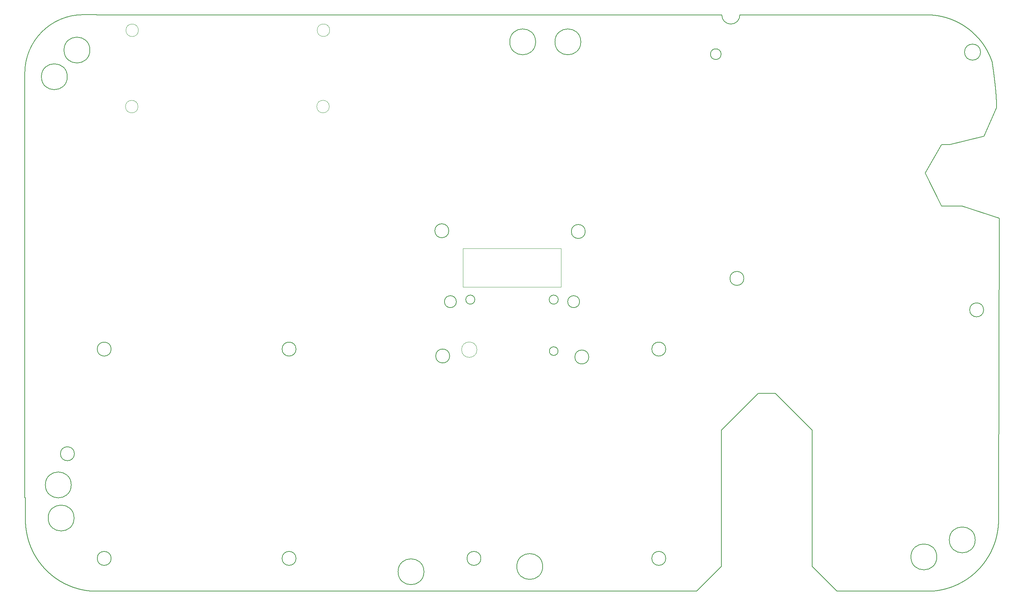
<source format=gbr>
%TF.GenerationSoftware,KiCad,Pcbnew,9.0.2*%
%TF.CreationDate,2025-05-13T16:07:20+08:00*%
%TF.ProjectId,MothBo,4d6f7468-426f-42e6-9b69-6361645f7063,5.0.0*%
%TF.SameCoordinates,Original*%
%TF.FileFunction,Profile,NP*%
%FSLAX46Y46*%
G04 Gerber Fmt 4.6, Leading zero omitted, Abs format (unit mm)*
G04 Created by KiCad (PCBNEW 9.0.2) date 2025-05-13 16:07:20*
%MOMM*%
%LPD*%
G01*
G04 APERTURE LIST*
%TA.AperFunction,Profile*%
%ADD10C,0.200000*%
%TD*%
%ADD11C,0.200000*%
%TA.AperFunction,Profile*%
%ADD12C,0.050000*%
%TD*%
%TA.AperFunction,Profile*%
%ADD13C,0.100000*%
%TD*%
G04 APERTURE END LIST*
D10*
X31305965Y-77391500D02*
X31305965Y-123069495D01*
X155650000Y-69765671D02*
G75*
G02*
X149350000Y-69765671I-3150000J0D01*
G01*
X149350000Y-69765671D02*
G75*
G02*
X155650000Y-69765671I3150000J0D01*
G01*
X172299292Y-63188740D02*
X172299292Y-63188669D01*
X127435292Y-63188669D02*
X127435292Y-63188740D01*
D11*
X41144397Y-201824590D02*
X41177867Y-201841191D01*
X41211373Y-201857721D01*
X41244913Y-201874179D01*
X41278489Y-201890565D01*
X41312100Y-201906878D01*
X41345746Y-201923120D01*
X41379426Y-201939290D01*
X41413141Y-201955388D01*
X41446890Y-201971413D01*
X41480673Y-201987366D01*
X41514491Y-202003247D01*
X41548342Y-202019055D01*
X41582227Y-202034791D01*
X41616146Y-202050454D01*
X41650098Y-202066045D01*
X41684083Y-202081562D01*
X41718102Y-202097007D01*
X41752153Y-202112379D01*
X41786238Y-202127679D01*
X41820355Y-202142905D01*
X41854505Y-202158058D01*
X41888687Y-202173138D01*
X41922901Y-202188144D01*
X41957147Y-202203078D01*
X41991425Y-202217938D01*
X42025736Y-202232725D01*
X42060077Y-202247438D01*
X42094450Y-202262077D01*
X42128855Y-202276643D01*
X42163290Y-202291136D01*
X42197757Y-202305554D01*
X42232255Y-202319899D01*
X42266783Y-202334170D01*
X42301341Y-202348367D01*
X42335930Y-202362490D01*
X42370550Y-202376539D01*
X42405199Y-202390514D01*
X42439878Y-202404414D01*
X42474587Y-202418241D01*
X42509326Y-202431993D01*
X42544094Y-202445670D01*
X42578891Y-202459274D01*
X42613717Y-202472802D01*
X42648573Y-202486256D01*
X42683457Y-202499636D01*
X42718370Y-202512941D01*
X42753311Y-202526171D01*
X42788280Y-202539326D01*
X42823278Y-202552406D01*
X42858304Y-202565411D01*
X42893357Y-202578342D01*
X42928438Y-202591197D01*
X42963547Y-202603977D01*
X42998683Y-202616682D01*
X43033846Y-202629312D01*
X43069037Y-202641867D01*
X43104254Y-202654346D01*
X43139498Y-202666750D01*
X43174768Y-202679078D01*
X43210065Y-202691331D01*
X43245388Y-202703508D01*
X43280737Y-202715609D01*
X43316112Y-202727635D01*
X43351513Y-202739585D01*
X43386939Y-202751460D01*
X43422391Y-202763258D01*
X43457868Y-202774981D01*
X43493370Y-202786627D01*
X43528897Y-202798198D01*
X43564448Y-202809692D01*
X43600025Y-202821111D01*
X43635625Y-202832453D01*
X43671250Y-202843719D01*
X43706899Y-202854909D01*
X43742572Y-202866022D01*
X43778269Y-202877059D01*
X43813989Y-202888019D01*
X43849733Y-202898903D01*
X43885500Y-202909711D01*
X43921290Y-202920442D01*
X43957103Y-202931096D01*
X43992939Y-202941674D01*
X44028797Y-202952174D01*
X44064678Y-202962598D01*
X44100581Y-202972946D01*
X44136507Y-202983216D01*
X44172454Y-202993409D01*
X44208423Y-203003526D01*
X44244413Y-203013565D01*
X44280425Y-203023527D01*
X44316459Y-203033413D01*
X44352513Y-203043221D01*
X44370548Y-203048096D01*
X44388588Y-203052951D01*
X44406634Y-203057788D01*
X44424684Y-203062605D01*
X44442740Y-203067403D01*
X44460801Y-203072181D01*
X44478867Y-203076940D01*
X44496938Y-203081680D01*
X44515014Y-203086400D01*
X44533096Y-203091102D01*
X44551182Y-203095783D01*
X44569273Y-203100446D01*
X44587369Y-203105089D01*
X44605470Y-203109712D01*
X44623577Y-203114316D01*
X44641688Y-203118901D01*
X44659804Y-203123467D01*
X44677924Y-203128013D01*
X44696050Y-203132539D01*
X44714181Y-203137047D01*
X44732316Y-203141535D01*
X44750456Y-203146003D01*
X44768601Y-203150452D01*
X44786751Y-203154882D01*
X44804905Y-203159292D01*
X44823064Y-203163682D01*
X44841228Y-203168054D01*
X44859396Y-203172405D01*
X44877569Y-203176738D01*
X44895747Y-203181051D01*
X44913930Y-203185344D01*
X44932117Y-203189618D01*
X44950308Y-203193873D01*
X44968504Y-203198108D01*
X44986704Y-203202323D01*
X45004910Y-203206519D01*
X45023119Y-203210696D01*
X45041333Y-203214853D01*
X45059551Y-203218990D01*
X45077774Y-203223108D01*
X45096002Y-203227207D01*
X45114233Y-203231286D01*
X45132469Y-203235345D01*
X45150709Y-203239385D01*
X45168954Y-203243406D01*
X45187203Y-203247407D01*
X45205456Y-203251388D01*
X45223714Y-203255350D01*
X45241975Y-203259292D01*
X45260241Y-203263215D01*
X45278511Y-203267118D01*
X45296785Y-203271002D01*
X45315063Y-203274866D01*
X45333346Y-203278710D01*
X45351632Y-203282535D01*
X45369923Y-203286340D01*
X45388218Y-203290126D01*
X45406517Y-203293892D01*
X45424819Y-203297639D01*
X45443126Y-203301366D01*
X45461436Y-203305073D01*
X45479751Y-203308761D01*
X45498070Y-203312429D01*
X45516392Y-203316078D01*
X45534719Y-203319706D01*
X45553049Y-203323316D01*
X45571383Y-203326905D01*
X45589721Y-203330475D01*
X45608063Y-203334026D01*
X45626408Y-203337556D01*
X45644757Y-203341067D01*
X45663110Y-203344559D01*
X45681467Y-203348031D01*
X45699828Y-203351483D01*
X45718192Y-203354915D01*
X45736559Y-203358328D01*
X45754931Y-203361721D01*
X45773306Y-203365095D01*
X45791684Y-203368448D01*
X45810067Y-203371783D01*
X45828452Y-203375097D01*
X45846842Y-203378392D01*
X45865234Y-203381667D01*
X45883631Y-203384922D01*
X45902030Y-203388158D01*
X45920433Y-203391374D01*
X45938840Y-203394570D01*
X45957250Y-203397747D01*
X45975663Y-203400903D01*
X45994080Y-203404041D01*
X46012500Y-203407158D01*
X46030924Y-203410256D01*
X46049350Y-203413333D01*
X46067780Y-203416392D01*
X46086213Y-203419430D01*
X46104650Y-203422449D01*
X46123089Y-203425448D01*
X46141532Y-203428427D01*
X46159978Y-203431387D01*
X46178428Y-203434326D01*
X46196880Y-203437246D01*
X46215335Y-203440147D01*
X46233794Y-203443027D01*
X46252256Y-203445888D01*
X46270720Y-203448729D01*
X46289188Y-203451550D01*
X46307658Y-203454351D01*
X46326132Y-203457133D01*
X46344608Y-203459895D01*
X46363088Y-203462637D01*
X46381570Y-203465359D01*
X46400056Y-203468062D01*
X46418544Y-203470744D01*
X46437035Y-203473407D01*
X46455529Y-203476050D01*
X46474026Y-203478674D01*
X46492525Y-203481277D01*
X46511028Y-203483861D01*
X46529532Y-203486425D01*
X46548041Y-203488969D01*
X46566551Y-203491493D01*
X46585064Y-203493997D01*
X46603580Y-203496482D01*
X46622099Y-203498947D01*
X46640619Y-203501392D01*
X46659143Y-203503817D01*
X46677669Y-203506222D01*
X46696199Y-203508607D01*
X46714730Y-203510973D01*
X46733264Y-203513319D01*
X46751800Y-203515645D01*
X46770339Y-203517951D01*
X46788880Y-203520237D01*
X46807424Y-203522503D01*
X46825970Y-203524750D01*
X46844519Y-203526976D01*
X46863070Y-203529183D01*
X46881624Y-203531370D01*
X46900179Y-203533537D01*
X46918737Y-203535684D01*
X46937297Y-203537812D01*
X46955860Y-203539919D01*
X46974424Y-203542007D01*
X46992992Y-203544074D01*
X47011561Y-203546122D01*
X47030132Y-203548150D01*
X47048706Y-203550158D01*
X47067282Y-203552146D01*
X47085859Y-203554115D01*
X47104440Y-203556063D01*
X47123021Y-203557991D01*
X47141606Y-203559900D01*
X47160191Y-203561789D01*
X47178780Y-203563658D01*
X47197370Y-203565506D01*
X47215962Y-203567336D01*
X47234556Y-203569145D01*
X47253153Y-203570934D01*
X47271750Y-203572703D01*
X47290350Y-203574452D01*
X47308952Y-203576182D01*
X47327556Y-203577891D01*
X47346161Y-203579581D01*
X47364768Y-203581251D01*
X47383377Y-203582900D01*
X47401988Y-203584530D01*
X47420600Y-203586140D01*
X47439215Y-203587730D01*
X47457831Y-203589300D01*
X47476449Y-203590850D01*
X47495068Y-203592381D01*
X47513689Y-203593891D01*
X47532311Y-203595381D01*
X47550936Y-203596852D01*
X47569561Y-203598302D01*
X47588189Y-203599733D01*
X47606818Y-203601143D01*
X47625449Y-203602534D01*
X47644080Y-203603905D01*
X47662714Y-203605255D01*
X47681348Y-203606586D01*
X47699985Y-203607897D01*
X47732648Y-203610146D01*
D10*
X31306011Y-123069495D02*
X31306011Y-177054949D01*
D11*
X258514165Y-65028588D02*
X258546730Y-65045302D01*
X258579259Y-65062088D01*
X258611750Y-65078944D01*
X258644205Y-65095871D01*
X258676623Y-65112869D01*
X258709003Y-65129938D01*
X258741346Y-65147078D01*
X258773651Y-65164288D01*
X258805919Y-65181569D01*
X258838148Y-65198920D01*
X258870340Y-65216342D01*
X258902494Y-65233833D01*
X258934609Y-65251396D01*
X258966686Y-65269028D01*
X258998724Y-65286730D01*
X259030723Y-65304502D01*
X259062683Y-65322344D01*
X259094605Y-65340256D01*
X259126487Y-65358238D01*
X259158330Y-65376289D01*
X259190133Y-65394410D01*
X259221896Y-65412601D01*
X259253620Y-65430860D01*
X259285304Y-65449189D01*
X259316948Y-65467588D01*
X259348551Y-65486055D01*
X259380114Y-65504591D01*
X259411637Y-65523197D01*
X259443119Y-65541871D01*
X259474560Y-65560614D01*
X259505960Y-65579426D01*
X259537318Y-65598306D01*
X259568636Y-65617255D01*
X259599912Y-65636272D01*
X259631147Y-65655357D01*
X259662339Y-65674511D01*
X259693490Y-65693733D01*
X259724599Y-65713023D01*
X259755666Y-65732381D01*
X259786690Y-65751807D01*
X259817672Y-65771301D01*
X259848611Y-65790862D01*
X259879508Y-65810491D01*
X259910361Y-65830188D01*
X259941172Y-65849951D01*
X259971939Y-65869783D01*
X260002663Y-65889681D01*
X260033343Y-65909647D01*
X260063980Y-65929679D01*
X260094573Y-65949779D01*
X260125122Y-65969945D01*
X260155627Y-65990178D01*
X260186088Y-66010478D01*
X260216504Y-66030845D01*
X260246876Y-66051277D01*
X260277203Y-66071777D01*
X260307486Y-66092342D01*
X260337723Y-66112974D01*
X260367915Y-66133671D01*
X260398062Y-66154435D01*
X260428164Y-66175264D01*
X260458220Y-66196160D01*
X260488230Y-66217121D01*
X260518195Y-66238147D01*
X260548114Y-66259239D01*
X260577986Y-66280397D01*
X260607812Y-66301619D01*
X260637592Y-66322907D01*
X260667325Y-66344260D01*
X260697012Y-66365678D01*
X260726652Y-66387160D01*
X260756244Y-66408708D01*
X260785790Y-66430320D01*
X260815288Y-66451996D01*
X260844739Y-66473738D01*
X260874143Y-66495543D01*
X260903499Y-66517413D01*
X260932806Y-66539346D01*
X260962066Y-66561344D01*
X260991278Y-66583406D01*
X261020442Y-66605531D01*
X261049557Y-66627720D01*
X261078624Y-66649973D01*
X261107642Y-66672289D01*
X261136611Y-66694669D01*
X261165531Y-66717112D01*
X261194402Y-66739618D01*
X261223224Y-66762187D01*
X261251996Y-66784819D01*
X261266364Y-66796159D01*
X261280719Y-66807514D01*
X261295062Y-66818885D01*
X261309393Y-66830272D01*
X261323711Y-66841674D01*
X261338016Y-66853092D01*
X261352309Y-66864526D01*
X261366590Y-66875975D01*
X261380858Y-66887440D01*
X261395114Y-66898920D01*
X261409356Y-66910416D01*
X261423587Y-66921928D01*
X261437805Y-66933455D01*
X261452010Y-66944997D01*
X261466202Y-66956555D01*
X261480382Y-66968129D01*
X261494550Y-66979718D01*
X261508704Y-66991323D01*
X261522846Y-67002943D01*
X261536976Y-67014578D01*
X261551092Y-67026229D01*
X261565196Y-67037895D01*
X261579287Y-67049577D01*
X261593365Y-67061274D01*
X261607430Y-67072987D01*
X261621483Y-67084715D01*
X261635523Y-67096458D01*
X261649550Y-67108216D01*
X261663564Y-67119990D01*
X261677565Y-67131779D01*
X261691554Y-67143584D01*
X261705529Y-67155404D01*
X261719492Y-67167239D01*
X261733441Y-67179089D01*
X261747378Y-67190954D01*
X261761301Y-67202835D01*
X261775212Y-67214731D01*
X261789110Y-67226642D01*
X261802994Y-67238568D01*
X261816866Y-67250510D01*
X261830724Y-67262466D01*
X261844570Y-67274438D01*
X261858402Y-67286425D01*
X261872222Y-67298427D01*
X261886028Y-67310444D01*
X261899821Y-67322476D01*
X261913600Y-67334523D01*
X261927367Y-67346585D01*
X261941120Y-67358663D01*
X261954861Y-67370755D01*
X261968588Y-67382862D01*
X261982301Y-67394985D01*
X261996002Y-67407122D01*
X262009689Y-67419274D01*
X262023363Y-67431441D01*
X262037024Y-67443623D01*
X262050671Y-67455820D01*
X262064305Y-67468032D01*
X262077926Y-67480259D01*
X262091533Y-67492501D01*
X262105127Y-67504757D01*
X262118707Y-67517028D01*
X262132274Y-67529314D01*
X262145828Y-67541616D01*
X262159368Y-67553931D01*
X262172895Y-67566262D01*
X262186408Y-67578607D01*
X262199907Y-67590967D01*
X262213394Y-67603342D01*
X262226866Y-67615732D01*
X262240325Y-67628136D01*
X262253771Y-67640555D01*
X262267203Y-67652989D01*
X262280621Y-67665437D01*
X262294026Y-67677900D01*
X262307417Y-67690378D01*
X262320794Y-67702870D01*
X262334158Y-67715377D01*
X262347508Y-67727898D01*
X262360844Y-67740434D01*
X262374167Y-67752985D01*
X262387476Y-67765550D01*
X262400771Y-67778129D01*
X262414053Y-67790724D01*
X262427320Y-67803332D01*
X262440574Y-67815955D01*
X262453814Y-67828593D01*
X262467040Y-67841245D01*
X262480253Y-67853911D01*
X262493451Y-67866593D01*
X262506636Y-67879288D01*
X262519807Y-67891998D01*
X262532964Y-67904722D01*
X262546107Y-67917460D01*
X262559236Y-67930213D01*
X262572351Y-67942980D01*
X262585452Y-67955762D01*
X262598539Y-67968558D01*
X262611612Y-67981367D01*
X262624671Y-67994192D01*
X262637716Y-68007030D01*
X262650748Y-68019883D01*
X262663764Y-68032750D01*
X262676768Y-68045632D01*
X262689756Y-68058527D01*
X262702731Y-68071437D01*
X262715692Y-68084361D01*
X262728638Y-68097299D01*
X262741571Y-68110251D01*
X262754489Y-68123217D01*
X262767393Y-68136198D01*
X262780283Y-68149192D01*
X262793158Y-68162201D01*
X262806020Y-68175223D01*
X262818867Y-68188260D01*
X262831700Y-68201311D01*
X262844518Y-68214375D01*
X262857323Y-68227454D01*
X262870113Y-68240547D01*
X262882888Y-68253653D01*
X262895650Y-68266774D01*
X262908397Y-68279909D01*
X262921129Y-68293057D01*
X262933848Y-68306219D01*
X262946552Y-68319395D01*
X262959241Y-68332586D01*
X262971916Y-68345789D01*
X262984577Y-68359007D01*
X262997223Y-68372239D01*
X263009855Y-68385485D01*
X263022472Y-68398744D01*
X263035075Y-68412017D01*
X263047663Y-68425303D01*
X263060237Y-68438604D01*
X263072796Y-68451918D01*
X263085341Y-68465247D01*
X263097870Y-68478588D01*
X263110386Y-68491944D01*
X263122887Y-68505313D01*
X263135373Y-68518696D01*
X263147845Y-68532092D01*
X263160302Y-68545502D01*
X263172744Y-68558925D01*
X263185172Y-68572363D01*
X263197585Y-68585813D01*
X263209983Y-68599278D01*
X263222366Y-68612756D01*
X263234735Y-68626247D01*
X263247089Y-68639752D01*
X263259429Y-68653271D01*
X263271753Y-68666802D01*
X263284063Y-68680348D01*
X263296358Y-68693907D01*
X263308638Y-68707479D01*
X263320903Y-68721065D01*
X263333154Y-68734664D01*
X263345389Y-68748276D01*
X263357610Y-68761903D01*
X263369816Y-68775542D01*
X263382007Y-68789194D01*
X263394183Y-68802860D01*
X263406344Y-68816540D01*
X263418490Y-68830232D01*
X263430622Y-68843938D01*
X263442738Y-68857657D01*
X263454839Y-68871389D01*
X263466925Y-68885135D01*
X263478997Y-68898894D01*
X263491053Y-68912665D01*
X263503094Y-68926451D01*
X263515120Y-68940249D01*
X263527131Y-68954061D01*
X263539127Y-68967885D01*
X263551108Y-68981723D01*
X263563074Y-68995574D01*
X263575025Y-69009438D01*
X263597772Y-69035912D01*
D10*
X47150000Y-71765671D02*
G75*
G02*
X40850000Y-71765671I-3150000J0D01*
G01*
X40850000Y-71765671D02*
G75*
G02*
X47150000Y-71765671I3150000J0D01*
G01*
X229006802Y-203610261D02*
X252062680Y-203610261D01*
X256500000Y-94765671D02*
X264785355Y-92765671D01*
X142329916Y-195625028D02*
G75*
G02*
X138929916Y-195625028I-1700000J0D01*
G01*
X138929916Y-195625028D02*
G75*
G02*
X142329916Y-195625028I1700000J0D01*
G01*
X168589014Y-146554763D02*
G75*
G02*
X165189014Y-146554763I-1700000J0D01*
G01*
X165189014Y-146554763D02*
G75*
G02*
X168589014Y-146554763I1700000J0D01*
G01*
D12*
X141374758Y-144765671D02*
G75*
G02*
X137625242Y-144765671I-1874758J0D01*
G01*
X137625242Y-144765671D02*
G75*
G02*
X141374758Y-144765671I1874758J0D01*
G01*
D10*
X31465011Y-180772241D02*
X31465011Y-183722241D01*
X263950000Y-72265671D02*
G75*
G02*
X260050000Y-72265671I-1950000J0D01*
G01*
X260050000Y-72265671D02*
G75*
G02*
X263950000Y-72265671I1950000J0D01*
G01*
X267814644Y-84740727D02*
X267814644Y-85801026D01*
X52329916Y-144625028D02*
G75*
G02*
X48929916Y-144625028I-1700000J0D01*
G01*
X48929916Y-144625028D02*
G75*
G02*
X52329916Y-144625028I1700000J0D01*
G01*
X166650000Y-69765671D02*
G75*
G02*
X160350000Y-69765671I-3150000J0D01*
G01*
X160350000Y-69765671D02*
G75*
G02*
X166650000Y-69765671I3150000J0D01*
G01*
D11*
X263597772Y-69035912D02*
X263621568Y-69063726D01*
X263645302Y-69091592D01*
X263668976Y-69119509D01*
X263692588Y-69147478D01*
X263716140Y-69175499D01*
X263739630Y-69203571D01*
X263763058Y-69231694D01*
X263786425Y-69259868D01*
X263809731Y-69288094D01*
X263832974Y-69316370D01*
X263856156Y-69344697D01*
X263879276Y-69373074D01*
X263902333Y-69401502D01*
X263925329Y-69429980D01*
X263948262Y-69458509D01*
X263971133Y-69487087D01*
X263993941Y-69515716D01*
X264016687Y-69544394D01*
X264039370Y-69573121D01*
X264061990Y-69601899D01*
X264084547Y-69630726D01*
X264107042Y-69659602D01*
X264129473Y-69688527D01*
X264151841Y-69717501D01*
X264174145Y-69746524D01*
X264196386Y-69775595D01*
X264218564Y-69804715D01*
X264240677Y-69833884D01*
X264262727Y-69863101D01*
X264284714Y-69892366D01*
X264306636Y-69921679D01*
X264328494Y-69951040D01*
X264350288Y-69980449D01*
X264372017Y-70009905D01*
X264393683Y-70039409D01*
X264415283Y-70068960D01*
X264436820Y-70098558D01*
X264458291Y-70128204D01*
X264479698Y-70157896D01*
X264501040Y-70187635D01*
X264522316Y-70217421D01*
X264543528Y-70247253D01*
X264564674Y-70277132D01*
X264585756Y-70307056D01*
X264606771Y-70337027D01*
X264627722Y-70367044D01*
X264648606Y-70397106D01*
X264669425Y-70427214D01*
X264690178Y-70457368D01*
X264710866Y-70487567D01*
X264731487Y-70517811D01*
X264752042Y-70548100D01*
X264772531Y-70578434D01*
X264792954Y-70608813D01*
X264813310Y-70639237D01*
X264833600Y-70669705D01*
X264853823Y-70700217D01*
X264873979Y-70730774D01*
X264894069Y-70761374D01*
X264914092Y-70792018D01*
X264934048Y-70822707D01*
X264953936Y-70853438D01*
X264973758Y-70884214D01*
X264993512Y-70915032D01*
X265013199Y-70945894D01*
X265032819Y-70976798D01*
X265052371Y-71007746D01*
X265071855Y-71038736D01*
X265091272Y-71069769D01*
X265110620Y-71100844D01*
X265129901Y-71131962D01*
X265149114Y-71163121D01*
X265168259Y-71194323D01*
X265187335Y-71225566D01*
X265206343Y-71256851D01*
X265225283Y-71288178D01*
X265244154Y-71319546D01*
X265262957Y-71350955D01*
X265281691Y-71382405D01*
X265300357Y-71413896D01*
X265318953Y-71445428D01*
X265337481Y-71477000D01*
X265355939Y-71508613D01*
X265374329Y-71540266D01*
X265392649Y-71571959D01*
X265410900Y-71603693D01*
X265429082Y-71635466D01*
X265447194Y-71667278D01*
X265465236Y-71699131D01*
X265474231Y-71715072D01*
X265483209Y-71731022D01*
X265492169Y-71746983D01*
X265501112Y-71762953D01*
X265510038Y-71778933D01*
X265518946Y-71794923D01*
X265527836Y-71810923D01*
X265536709Y-71826932D01*
X265545565Y-71842951D01*
X265554403Y-71858980D01*
X265563223Y-71875018D01*
X265572026Y-71891066D01*
X265580812Y-71907124D01*
X265589580Y-71923191D01*
X265598330Y-71939268D01*
X265607063Y-71955354D01*
X265615778Y-71971450D01*
X265624475Y-71987555D01*
X265633155Y-72003670D01*
X265641818Y-72019794D01*
X265650462Y-72035928D01*
X265659089Y-72052071D01*
X265667699Y-72068224D01*
X265676291Y-72084386D01*
X265684865Y-72100557D01*
X265693421Y-72116738D01*
X265701960Y-72132928D01*
X265710481Y-72149128D01*
X265718985Y-72165336D01*
X265727470Y-72181554D01*
X265735938Y-72197781D01*
X265744388Y-72214018D01*
X265752821Y-72230264D01*
X265761235Y-72246519D01*
X265769632Y-72262783D01*
X265778012Y-72279056D01*
X265786373Y-72295338D01*
X265794716Y-72311630D01*
X265803042Y-72327931D01*
X265811350Y-72344241D01*
X265819640Y-72360559D01*
X265827913Y-72376887D01*
X265836167Y-72393224D01*
X265844404Y-72409570D01*
X265852622Y-72425925D01*
X265860823Y-72442289D01*
X265869006Y-72458661D01*
X265877171Y-72475043D01*
X265885318Y-72491434D01*
X265893447Y-72507833D01*
X265901559Y-72524242D01*
X265909652Y-72540659D01*
X265917727Y-72557085D01*
X265925785Y-72573520D01*
X265933824Y-72589964D01*
X265941846Y-72606416D01*
X265949849Y-72622877D01*
X265957835Y-72639347D01*
X265965802Y-72655826D01*
X265973752Y-72672313D01*
X265981683Y-72688809D01*
X265989597Y-72705314D01*
X265997492Y-72721827D01*
X266005370Y-72738349D01*
X266013229Y-72754880D01*
X266021070Y-72771419D01*
X266028893Y-72787966D01*
X266036699Y-72804523D01*
X266044485Y-72821087D01*
X266052254Y-72837660D01*
X266060005Y-72854242D01*
X266067738Y-72870832D01*
X266075452Y-72887431D01*
X266083149Y-72904038D01*
X266090827Y-72920653D01*
X266098487Y-72937277D01*
X266106129Y-72953909D01*
X266113752Y-72970549D01*
X266121358Y-72987198D01*
X266128945Y-73003855D01*
X266136514Y-73020520D01*
X266144065Y-73037194D01*
X266151598Y-73053875D01*
X266159112Y-73070566D01*
X266166608Y-73087264D01*
X266174086Y-73103970D01*
X266181546Y-73120684D01*
X266188987Y-73137407D01*
X266196410Y-73154138D01*
X266203815Y-73170877D01*
X266211201Y-73187624D01*
X266218570Y-73204379D01*
X266225919Y-73221142D01*
X266233251Y-73237913D01*
X266240564Y-73254692D01*
X266247859Y-73271479D01*
X266255135Y-73288274D01*
X266262394Y-73305077D01*
X266269633Y-73321888D01*
X266276855Y-73338707D01*
X266284058Y-73355533D01*
X266291243Y-73372368D01*
X266298409Y-73389210D01*
X266305557Y-73406060D01*
X266312686Y-73422918D01*
X266319797Y-73439784D01*
X266326889Y-73456657D01*
X266333964Y-73473538D01*
X266341019Y-73490427D01*
X266348057Y-73507324D01*
X266355075Y-73524228D01*
X266362075Y-73541140D01*
X266369057Y-73558059D01*
X266376020Y-73574987D01*
X266382965Y-73591921D01*
X266389891Y-73608864D01*
X266396799Y-73625814D01*
X266403688Y-73642772D01*
X266410559Y-73659736D01*
X266417411Y-73676709D01*
X266424245Y-73693689D01*
X266431060Y-73710676D01*
X266437856Y-73727671D01*
X266444634Y-73744673D01*
X266451393Y-73761683D01*
X266458134Y-73778700D01*
X266464856Y-73795724D01*
X266471560Y-73812756D01*
X266478244Y-73829795D01*
X266484911Y-73846842D01*
X266491558Y-73863895D01*
X266498187Y-73880956D01*
X266504798Y-73898024D01*
X266511389Y-73915100D01*
X266517962Y-73932182D01*
X266524517Y-73949272D01*
X266531052Y-73966368D01*
X266537569Y-73983473D01*
X266544068Y-74000584D01*
X266550547Y-74017702D01*
X266557008Y-74034827D01*
X266563450Y-74051960D01*
X266569874Y-74069099D01*
X266576278Y-74086246D01*
X266582664Y-74103399D01*
X266589032Y-74120559D01*
X266595380Y-74137726D01*
X266601710Y-74154901D01*
X266608021Y-74172082D01*
X266614313Y-74189270D01*
X266620586Y-74206465D01*
X266626841Y-74223667D01*
X266633077Y-74240875D01*
X266639294Y-74258091D01*
X266645492Y-74275313D01*
X266651671Y-74292542D01*
X266657832Y-74309778D01*
X266663974Y-74327021D01*
X266670096Y-74344270D01*
X266676200Y-74361526D01*
X266682286Y-74378788D01*
X266688352Y-74396058D01*
X266694399Y-74413333D01*
X266700428Y-74430616D01*
X266706438Y-74447905D01*
X266712428Y-74465201D01*
X266718400Y-74482503D01*
X266724353Y-74499812D01*
X266730287Y-74517127D01*
X266736203Y-74534450D01*
X266742099Y-74551777D01*
X266747976Y-74569113D01*
X266753834Y-74586453D01*
X266759674Y-74603802D01*
X266765494Y-74621155D01*
X266771296Y-74638516D01*
X266782453Y-74672081D01*
D10*
X161151016Y-132571262D02*
G75*
G02*
X158951016Y-132571262I-1100000J0D01*
G01*
X158951016Y-132571262D02*
G75*
G02*
X161151016Y-132571262I1100000J0D01*
G01*
X167732305Y-115973850D02*
G75*
G02*
X164332305Y-115973850I-1700000J0D01*
G01*
X164332305Y-115973850D02*
G75*
G02*
X167732305Y-115973850I1700000J0D01*
G01*
X31305965Y-123069495D02*
X31306011Y-123069495D01*
X268332009Y-185752130D02*
X268332009Y-186200250D01*
X264700000Y-135065671D02*
G75*
G02*
X261300000Y-135065671I-1700000J0D01*
G01*
X261300000Y-135065671D02*
G75*
G02*
X264700000Y-135065671I1700000J0D01*
G01*
X214006802Y-155451881D02*
X222977513Y-164422592D01*
X268514644Y-112765671D02*
X259485355Y-109765671D01*
X121848510Y-63188740D02*
X48800515Y-63188740D01*
X128462424Y-198878433D02*
G75*
G02*
X122162424Y-198878433I-3150000J0D01*
G01*
X122162424Y-198878433D02*
G75*
G02*
X128462424Y-198878433I3150000J0D01*
G01*
D12*
X137930000Y-120131342D02*
X137960000Y-129511342D01*
D10*
X254500000Y-94765671D02*
X256500000Y-94765671D01*
X262650000Y-191115671D02*
G75*
G02*
X256350000Y-191115671I-3150000J0D01*
G01*
X256350000Y-191115671D02*
G75*
G02*
X262650000Y-191115671I3150000J0D01*
G01*
X166351016Y-133071262D02*
G75*
G02*
X163451016Y-133071262I-1450000J0D01*
G01*
X163451016Y-133071262D02*
G75*
G02*
X166351016Y-133071262I1450000J0D01*
G01*
X121848510Y-63188494D02*
X121848510Y-63188740D01*
X31306011Y-177054949D02*
X31305698Y-177054949D01*
X252078186Y-203609203D02*
X252064372Y-203610146D01*
X42607090Y-177721972D02*
G75*
G02*
X36307090Y-177721972I-3150000J0D01*
G01*
X36307090Y-177721972D02*
G75*
G02*
X42607090Y-177721972I3150000J0D01*
G01*
X187329916Y-144625028D02*
G75*
G02*
X183929916Y-144625028I-1700000J0D01*
G01*
X183929916Y-144625028D02*
G75*
G02*
X187329916Y-144625028I1700000J0D01*
G01*
X97329916Y-195625028D02*
G75*
G02*
X93929916Y-195625028I-1700000J0D01*
G01*
X93929916Y-195625028D02*
G75*
G02*
X97329916Y-195625028I1700000J0D01*
G01*
X194854224Y-203610261D02*
X200883513Y-197580972D01*
X134514021Y-115794290D02*
G75*
G02*
X131114021Y-115794290I-1700000J0D01*
G01*
X131114021Y-115794290D02*
G75*
G02*
X134514021Y-115794290I1700000J0D01*
G01*
X48800515Y-63188740D02*
X48800515Y-63141495D01*
X52329916Y-195625028D02*
G75*
G02*
X48929916Y-195625028I-1700000J0D01*
G01*
X48929916Y-195625028D02*
G75*
G02*
X52329916Y-195625028I1700000J0D01*
G01*
X43294130Y-185791634D02*
G75*
G02*
X36994130Y-185791634I-3150000J0D01*
G01*
X36994130Y-185791634D02*
G75*
G02*
X43294130Y-185791634I3150000J0D01*
G01*
X254500000Y-109765671D02*
X250500000Y-101765671D01*
D11*
X31653920Y-188760895D02*
X31650911Y-188740544D01*
X31647925Y-188720211D01*
X31644984Y-188700046D01*
X31642066Y-188679897D01*
X31639191Y-188659908D01*
X31636338Y-188639933D01*
X31633528Y-188620109D01*
X31630739Y-188600299D01*
X31627991Y-188580632D01*
X31625265Y-188560977D01*
X31622578Y-188541458D01*
X31619913Y-188521950D01*
X31617286Y-188502571D01*
X31614680Y-188483201D01*
X31612111Y-188463953D01*
X31609564Y-188444714D01*
X31607052Y-188425590D01*
X31604561Y-188406473D01*
X31602104Y-188387467D01*
X31599669Y-188368466D01*
X31597267Y-188349569D01*
X31594886Y-188330677D01*
X31592538Y-188311883D01*
X31590211Y-188293093D01*
X31587915Y-188274396D01*
X31585639Y-188255701D01*
X31583395Y-188237095D01*
X31581171Y-188218489D01*
X31578977Y-188199967D01*
X31576803Y-188181444D01*
X31574659Y-188163001D01*
X31572535Y-188144556D01*
X31570440Y-188126186D01*
X31568364Y-188107813D01*
X31566317Y-188089511D01*
X31564289Y-188071204D01*
X31562289Y-188052964D01*
X31560309Y-188034719D01*
X31558355Y-188016536D01*
X31556421Y-187998347D01*
X31554513Y-187980217D01*
X31552625Y-187962079D01*
X31550763Y-187943996D01*
X31548920Y-187925905D01*
X31547102Y-187907864D01*
X31545304Y-187889815D01*
X31543530Y-187871813D01*
X31541776Y-187853801D01*
X31540045Y-187835832D01*
X31538335Y-187817853D01*
X31536648Y-187799913D01*
X31534980Y-187781963D01*
X31533335Y-187764048D01*
X31531710Y-187746121D01*
X31530107Y-187728228D01*
X31528524Y-187710321D01*
X31526963Y-187692444D01*
X31525422Y-187674553D01*
X31523902Y-187656689D01*
X31522402Y-187638810D01*
X31520924Y-187620954D01*
X31519464Y-187603083D01*
X31518026Y-187585232D01*
X31516607Y-187567364D01*
X31515210Y-187549515D01*
X31513831Y-187531647D01*
X31512473Y-187513794D01*
X31511134Y-187495923D01*
X31509817Y-187478064D01*
X31508517Y-187460185D01*
X31507239Y-187442316D01*
X31505979Y-187424426D01*
X31504740Y-187406543D01*
X31503519Y-187388638D01*
X31502319Y-187370737D01*
X31501137Y-187352814D01*
X31499975Y-187334892D01*
X31498832Y-187316947D01*
X31497709Y-187299001D01*
X31496605Y-187281030D01*
X31495520Y-187263055D01*
X31494454Y-187245056D01*
X31493407Y-187227049D01*
X31492379Y-187209017D01*
X31491371Y-187190976D01*
X31490381Y-187172908D01*
X31489411Y-187154827D01*
X31488459Y-187136720D01*
X31487526Y-187118598D01*
X31486612Y-187100448D01*
X31485718Y-187082280D01*
X31484841Y-187064083D01*
X31483984Y-187045867D01*
X31483146Y-187027621D01*
X31482326Y-187009352D01*
X31481526Y-186991052D01*
X31480744Y-186972728D01*
X31479981Y-186954372D01*
X31479237Y-186935988D01*
X31478511Y-186917573D01*
X31477804Y-186899126D01*
X31477117Y-186880647D01*
X31476447Y-186862135D01*
X31475797Y-186843590D01*
X31475166Y-186825008D01*
X31474553Y-186806392D01*
X31473959Y-186787738D01*
X31473384Y-186769049D01*
X31472828Y-186750319D01*
X31472291Y-186731552D01*
X31471772Y-186712742D01*
X31471273Y-186693896D01*
X31470792Y-186675003D01*
X31470331Y-186656072D01*
X31469464Y-186618074D01*
X31468674Y-186579896D01*
X31467960Y-186541529D01*
X31467322Y-186502968D01*
X31466761Y-186464204D01*
X31466277Y-186425231D01*
X31465871Y-186386041D01*
X31465543Y-186346628D01*
X31465293Y-186306982D01*
X31465121Y-186267098D01*
X31465028Y-186226967D01*
X31465011Y-186200250D01*
D10*
X252064372Y-203610146D02*
X252062680Y-203610261D01*
D12*
X161850000Y-129511342D02*
X161820000Y-120141342D01*
D10*
X97329916Y-144625028D02*
G75*
G02*
X93929916Y-144625028I-1700000J0D01*
G01*
X93929916Y-144625028D02*
G75*
G02*
X97329916Y-144625028I1700000J0D01*
G01*
D11*
X247518545Y-63188740D02*
X248144857Y-63188752D01*
X248432811Y-63188782D01*
X248704742Y-63188840D01*
X248961237Y-63188935D01*
X249202879Y-63189076D01*
X249430254Y-63189274D01*
X249538774Y-63189397D01*
X249643947Y-63189537D01*
X249745845Y-63189696D01*
X249844542Y-63189875D01*
X249940110Y-63190075D01*
X250032624Y-63190297D01*
X250122155Y-63190543D01*
X250208778Y-63190813D01*
X250292565Y-63191109D01*
X250373590Y-63191431D01*
X250451925Y-63191782D01*
X250527643Y-63192162D01*
X250600819Y-63192572D01*
X250671524Y-63193014D01*
X250739832Y-63193488D01*
X250805816Y-63193996D01*
X250869549Y-63194540D01*
X250931104Y-63195119D01*
X250990555Y-63195736D01*
X251047974Y-63196392D01*
X251103435Y-63197087D01*
X251157011Y-63197823D01*
X251208774Y-63198601D01*
X251258798Y-63199422D01*
X251307157Y-63200288D01*
X251353922Y-63201199D01*
X251399168Y-63202157D01*
X251421243Y-63202654D01*
X251442967Y-63203163D01*
X251464346Y-63203684D01*
X251485392Y-63204218D01*
X251506113Y-63204764D01*
X251526517Y-63205323D01*
X251546615Y-63205895D01*
X251566415Y-63206480D01*
X251585926Y-63207078D01*
X251605158Y-63207689D01*
X251624120Y-63208314D01*
X251642821Y-63208952D01*
X251661269Y-63209604D01*
X251679475Y-63210270D01*
X251697447Y-63210949D01*
X251715195Y-63211643D01*
X251732727Y-63212352D01*
X251750052Y-63213074D01*
X251767181Y-63213812D01*
X251784121Y-63214564D01*
X251800883Y-63215331D01*
X251817475Y-63216113D01*
X251833906Y-63216910D01*
X251850186Y-63217723D01*
X251866323Y-63218551D01*
X251882328Y-63219394D01*
X251898208Y-63220254D01*
X251913973Y-63221129D01*
X251929633Y-63222021D01*
X251945196Y-63222928D01*
X251960671Y-63223852D01*
X251976068Y-63224793D01*
X251991396Y-63225750D01*
X252006664Y-63226724D01*
X252037055Y-63228722D01*
X252067316Y-63230790D01*
X252097520Y-63232928D01*
X252127739Y-63235137D01*
X252158047Y-63237418D01*
X252188516Y-63239773D01*
D10*
X124948510Y-63188740D02*
X124948510Y-63188494D01*
X172299292Y-63188740D02*
X200967313Y-63188740D01*
D11*
X32079858Y-190791491D02*
X32069960Y-190755046D01*
X32060150Y-190718622D01*
X32050429Y-190682219D01*
X32040796Y-190645836D01*
X32031250Y-190609472D01*
X32021791Y-190573125D01*
X32012419Y-190536796D01*
X32003134Y-190500482D01*
X31993934Y-190464183D01*
X31984821Y-190427898D01*
X31975792Y-190391625D01*
X31966849Y-190355364D01*
X31957991Y-190319113D01*
X31949217Y-190282871D01*
X31940527Y-190246638D01*
X31931920Y-190210411D01*
X31923397Y-190174190D01*
X31914957Y-190137973D01*
X31906599Y-190101759D01*
X31898324Y-190065547D01*
X31890131Y-190029336D01*
X31882019Y-189993123D01*
X31873988Y-189956907D01*
X31866038Y-189920688D01*
X31858168Y-189884463D01*
X31850379Y-189848232D01*
X31842669Y-189811992D01*
X31835039Y-189775741D01*
X31827487Y-189739479D01*
X31820014Y-189703203D01*
X31812620Y-189666912D01*
X31805303Y-189630603D01*
X31798064Y-189594276D01*
X31790902Y-189557928D01*
X31783816Y-189521556D01*
X31776807Y-189485160D01*
X31769874Y-189448737D01*
X31763017Y-189412284D01*
X31756234Y-189375800D01*
X31749527Y-189339283D01*
X31742894Y-189302729D01*
X31736334Y-189266136D01*
X31729849Y-189229502D01*
X31723436Y-189192824D01*
X31717097Y-189156099D01*
X31710829Y-189119325D01*
X31704634Y-189082499D01*
X31698509Y-189045617D01*
X31692456Y-189008676D01*
X31686474Y-188971672D01*
X31680561Y-188934604D01*
X31674718Y-188897466D01*
X31668944Y-188860255D01*
X31663239Y-188822967D01*
X31657602Y-188785599D01*
X31653920Y-188760895D01*
D10*
X222977513Y-197580972D02*
X229006802Y-203610261D01*
D11*
X36899536Y-198854530D02*
X36926656Y-198880226D01*
X36953831Y-198905864D01*
X36981061Y-198931444D01*
X37008346Y-198956965D01*
X37035686Y-198982428D01*
X37063080Y-199007833D01*
X37090528Y-199033179D01*
X37118031Y-199058466D01*
X37145588Y-199083694D01*
X37173198Y-199108863D01*
X37200863Y-199133973D01*
X37228582Y-199159024D01*
X37256354Y-199184016D01*
X37284179Y-199208948D01*
X37312058Y-199233820D01*
X37339991Y-199258633D01*
X37367976Y-199283386D01*
X37396014Y-199308079D01*
X37424106Y-199332712D01*
X37452250Y-199357284D01*
X37480446Y-199381797D01*
X37508695Y-199406249D01*
X37536997Y-199430641D01*
X37565350Y-199454972D01*
X37593756Y-199479242D01*
X37622214Y-199503452D01*
X37650723Y-199527600D01*
X37679284Y-199551688D01*
X37707897Y-199575714D01*
X37736561Y-199599679D01*
X37765277Y-199623583D01*
X37794043Y-199647425D01*
X37822861Y-199671206D01*
X37851730Y-199694925D01*
X37880649Y-199718582D01*
X37909619Y-199742177D01*
X37938639Y-199765710D01*
X37967710Y-199789181D01*
X37996831Y-199812590D01*
X38026003Y-199835936D01*
X38055224Y-199859220D01*
X38084495Y-199882441D01*
X38113815Y-199905599D01*
X38143185Y-199928695D01*
X38172605Y-199951728D01*
X38202074Y-199974698D01*
X38231592Y-199997604D01*
X38261159Y-200020448D01*
X38290775Y-200043228D01*
X38305601Y-200054594D01*
X38320440Y-200065945D01*
X38335290Y-200077279D01*
X38350153Y-200088598D01*
X38365028Y-200099900D01*
X38379915Y-200111187D01*
X38394814Y-200122458D01*
X38409725Y-200133713D01*
X38424648Y-200144952D01*
X38439583Y-200156175D01*
X38454530Y-200167382D01*
X38469489Y-200178572D01*
X38484460Y-200189747D01*
X38499443Y-200200906D01*
X38514438Y-200212049D01*
X38529445Y-200223176D01*
X38544464Y-200234287D01*
X38559495Y-200245381D01*
X38574537Y-200256460D01*
X38589592Y-200267522D01*
X38604658Y-200278568D01*
X38619736Y-200289599D01*
X38634826Y-200300613D01*
X38649928Y-200311611D01*
X38665041Y-200322592D01*
X38680167Y-200333558D01*
X38695304Y-200344507D01*
X38710452Y-200355440D01*
X38725613Y-200366357D01*
X38740785Y-200377258D01*
X38755968Y-200388142D01*
X38771164Y-200399010D01*
X38786371Y-200409862D01*
X38801589Y-200420698D01*
X38816819Y-200431517D01*
X38832061Y-200442320D01*
X38847315Y-200453107D01*
X38862579Y-200463877D01*
X38877856Y-200474631D01*
X38893144Y-200485369D01*
X38908443Y-200496090D01*
X38923754Y-200506795D01*
X38939076Y-200517483D01*
X38954410Y-200528155D01*
X38969755Y-200538811D01*
X38985112Y-200549450D01*
X39000480Y-200560073D01*
X39015859Y-200570679D01*
X39031249Y-200581269D01*
X39046652Y-200591842D01*
X39062065Y-200602399D01*
X39077489Y-200612939D01*
X39092925Y-200623463D01*
X39108372Y-200633970D01*
X39123831Y-200644461D01*
X39139300Y-200654935D01*
X39154781Y-200665393D01*
X39170273Y-200675834D01*
X39185776Y-200686258D01*
X39201290Y-200696666D01*
X39216816Y-200707057D01*
X39232352Y-200717432D01*
X39247900Y-200727790D01*
X39263459Y-200738131D01*
X39279028Y-200748456D01*
X39294609Y-200758764D01*
X39310201Y-200769055D01*
X39325804Y-200779329D01*
X39341417Y-200789587D01*
X39357042Y-200799828D01*
X39372678Y-200810053D01*
X39388325Y-200820260D01*
X39403982Y-200830451D01*
X39419651Y-200840625D01*
X39435330Y-200850783D01*
X39451020Y-200860923D01*
X39466721Y-200871047D01*
X39482433Y-200881154D01*
X39498156Y-200891244D01*
X39513889Y-200901317D01*
X39529634Y-200911374D01*
X39545389Y-200921413D01*
X39561154Y-200931436D01*
X39576931Y-200941442D01*
X39592718Y-200951430D01*
X39608516Y-200961402D01*
X39624324Y-200971357D01*
X39640144Y-200981296D01*
X39655973Y-200991217D01*
X39671814Y-201001121D01*
X39687665Y-201011008D01*
X39703527Y-201020878D01*
X39719398Y-201030732D01*
X39735281Y-201040568D01*
X39751174Y-201050387D01*
X39767078Y-201060189D01*
X39782992Y-201069974D01*
X39798917Y-201079743D01*
X39814852Y-201089494D01*
X39830798Y-201099228D01*
X39846753Y-201108945D01*
X39862720Y-201118645D01*
X39878696Y-201128327D01*
X39894684Y-201137993D01*
X39910681Y-201147642D01*
X39926689Y-201157273D01*
X39942706Y-201166887D01*
X39958735Y-201176484D01*
X39974773Y-201186064D01*
X39990822Y-201195627D01*
X40006881Y-201205173D01*
X40022951Y-201214701D01*
X40039030Y-201224212D01*
X40055120Y-201233706D01*
X40071219Y-201243183D01*
X40087329Y-201252642D01*
X40103449Y-201262084D01*
X40119579Y-201271510D01*
X40135719Y-201280917D01*
X40151870Y-201290308D01*
X40168030Y-201299681D01*
X40184201Y-201309037D01*
X40200381Y-201318375D01*
X40216571Y-201327696D01*
X40232771Y-201337000D01*
X40248982Y-201346286D01*
X40265202Y-201355555D01*
X40281432Y-201364807D01*
X40297672Y-201374041D01*
X40313922Y-201383259D01*
X40330182Y-201392458D01*
X40346451Y-201401640D01*
X40362731Y-201410805D01*
X40379020Y-201419952D01*
X40395319Y-201429082D01*
X40411628Y-201438195D01*
X40427946Y-201447289D01*
X40444275Y-201456367D01*
X40460613Y-201465427D01*
X40476961Y-201474470D01*
X40493318Y-201483494D01*
X40509685Y-201492502D01*
X40526061Y-201501492D01*
X40542448Y-201510464D01*
X40558844Y-201519419D01*
X40575249Y-201528357D01*
X40591664Y-201537276D01*
X40608089Y-201546179D01*
X40624523Y-201555063D01*
X40640967Y-201563930D01*
X40657420Y-201572779D01*
X40673883Y-201581611D01*
X40690355Y-201590425D01*
X40706837Y-201599222D01*
X40723327Y-201608001D01*
X40739828Y-201616762D01*
X40756337Y-201625506D01*
X40772857Y-201634232D01*
X40789385Y-201642940D01*
X40805923Y-201651630D01*
X40822470Y-201660303D01*
X40839027Y-201668958D01*
X40855592Y-201677596D01*
X40872167Y-201686215D01*
X40888751Y-201694817D01*
X40905345Y-201703402D01*
X40921947Y-201711968D01*
X40938560Y-201720517D01*
X40955180Y-201729047D01*
X40971811Y-201737561D01*
X40988449Y-201746056D01*
X41005098Y-201754533D01*
X41021755Y-201762993D01*
X41038422Y-201771435D01*
X41055097Y-201779859D01*
X41071782Y-201788265D01*
X41088476Y-201796653D01*
X41105179Y-201805024D01*
X41121890Y-201813376D01*
X41138611Y-201821711D01*
X41144397Y-201824590D01*
D10*
X47732648Y-203610146D02*
X47734340Y-203610261D01*
X172299292Y-63188669D02*
X127435292Y-63188669D01*
X200883513Y-197580972D02*
X200883513Y-164422592D01*
X47734340Y-203610261D02*
X194854224Y-203610261D01*
D12*
X137960000Y-129511342D02*
X161850000Y-129511342D01*
X161820000Y-120141342D02*
X137930000Y-120131342D01*
D11*
X261602021Y-199969195D02*
X261572836Y-199991867D01*
X261543596Y-200014480D01*
X261514301Y-200037034D01*
X261484952Y-200059530D01*
X261455547Y-200081967D01*
X261426088Y-200104345D01*
X261396575Y-200126664D01*
X261367007Y-200148923D01*
X261337386Y-200171123D01*
X261307710Y-200193264D01*
X261277981Y-200215345D01*
X261248198Y-200237366D01*
X261218362Y-200259327D01*
X261188472Y-200281228D01*
X261158529Y-200303069D01*
X261128533Y-200324849D01*
X261098484Y-200346569D01*
X261068383Y-200368229D01*
X261038229Y-200389827D01*
X261008023Y-200411365D01*
X260977764Y-200432842D01*
X260947454Y-200454257D01*
X260917091Y-200475612D01*
X260886677Y-200496904D01*
X260856211Y-200518136D01*
X260825694Y-200539306D01*
X260795126Y-200560413D01*
X260764507Y-200581459D01*
X260733836Y-200602443D01*
X260703115Y-200623365D01*
X260672343Y-200644224D01*
X260641521Y-200665021D01*
X260610649Y-200685755D01*
X260579727Y-200706427D01*
X260548754Y-200727036D01*
X260517732Y-200747581D01*
X260486661Y-200768064D01*
X260455540Y-200788483D01*
X260424370Y-200808839D01*
X260393150Y-200829132D01*
X260361882Y-200849361D01*
X260330566Y-200869526D01*
X260299200Y-200889627D01*
X260267787Y-200909664D01*
X260236325Y-200929637D01*
X260204815Y-200949545D01*
X260173258Y-200969390D01*
X260141652Y-200989169D01*
X260110000Y-201008884D01*
X260078300Y-201028535D01*
X260046553Y-201048120D01*
X260014759Y-201067640D01*
X259982918Y-201087095D01*
X259951031Y-201106485D01*
X259919098Y-201125809D01*
X259887118Y-201145068D01*
X259855092Y-201164261D01*
X259823021Y-201183389D01*
X259790904Y-201202450D01*
X259758741Y-201221445D01*
X259726534Y-201240374D01*
X259694281Y-201259237D01*
X259661983Y-201278033D01*
X259629641Y-201296763D01*
X259597254Y-201315426D01*
X259564823Y-201334023D01*
X259532348Y-201352552D01*
X259499829Y-201371014D01*
X259467267Y-201389409D01*
X259434660Y-201407737D01*
X259402011Y-201425998D01*
X259369318Y-201444191D01*
X259336583Y-201462316D01*
X259303805Y-201480373D01*
X259270984Y-201498363D01*
X259238121Y-201516284D01*
X259205215Y-201534138D01*
X259172268Y-201551923D01*
X259139279Y-201569640D01*
X259106249Y-201587288D01*
X259073177Y-201604867D01*
X259040064Y-201622378D01*
X259006911Y-201639820D01*
X258973716Y-201657193D01*
X258940481Y-201674497D01*
X258907206Y-201691732D01*
X258873890Y-201708898D01*
X258840535Y-201725994D01*
X258807140Y-201743020D01*
X258773705Y-201759977D01*
X258740232Y-201776864D01*
X258706719Y-201793681D01*
X258673167Y-201810429D01*
X258639576Y-201827106D01*
X258605948Y-201843713D01*
X258572280Y-201860249D01*
X258538575Y-201876715D01*
X258504832Y-201893111D01*
X258471052Y-201909436D01*
X258437234Y-201925690D01*
X258403379Y-201941873D01*
X258369487Y-201957985D01*
X258335558Y-201974026D01*
X258301592Y-201989996D01*
X258267590Y-202005895D01*
X258233553Y-202021722D01*
X258199479Y-202037478D01*
X258165369Y-202053162D01*
X258131225Y-202068774D01*
X258097044Y-202084315D01*
X258062829Y-202099783D01*
X258028579Y-202115180D01*
X257994295Y-202130504D01*
X257959976Y-202145756D01*
X257925622Y-202160936D01*
X257891235Y-202176043D01*
X257856815Y-202191077D01*
X257822360Y-202206039D01*
X257787873Y-202220929D01*
X257753352Y-202235745D01*
X257718798Y-202250488D01*
X257684212Y-202265159D01*
X257649594Y-202279756D01*
X257614943Y-202294280D01*
X257580261Y-202308730D01*
X257545546Y-202323108D01*
X257510800Y-202337411D01*
X257476023Y-202351641D01*
X257441215Y-202365797D01*
X257406376Y-202379880D01*
X257371507Y-202393888D01*
X257336607Y-202407823D01*
X257301677Y-202421683D01*
X257266717Y-202435469D01*
X257231727Y-202449181D01*
X257196708Y-202462819D01*
X257161659Y-202476382D01*
X257126582Y-202489870D01*
X257091476Y-202503284D01*
X257056341Y-202516623D01*
X257021178Y-202529888D01*
X256985987Y-202543077D01*
X256950767Y-202556192D01*
X256915521Y-202569231D01*
X256880247Y-202582195D01*
X256844945Y-202595084D01*
X256827284Y-202601500D01*
X256809617Y-202607898D01*
X256791943Y-202614276D01*
X256774262Y-202620636D01*
X256756575Y-202626977D01*
X256738880Y-202633299D01*
X256721180Y-202639602D01*
X256703473Y-202645886D01*
X256685759Y-202652151D01*
X256668039Y-202658398D01*
X256650312Y-202664625D01*
X256632579Y-202670833D01*
X256614840Y-202677023D01*
X256597094Y-202683193D01*
X256579342Y-202689345D01*
X256561584Y-202695478D01*
X256543819Y-202701591D01*
X256526048Y-202707686D01*
X256508271Y-202713761D01*
X256490488Y-202719818D01*
X256472698Y-202725855D01*
X256454903Y-202731874D01*
X256437101Y-202737873D01*
X256419293Y-202743854D01*
X256401479Y-202749815D01*
X256383659Y-202755757D01*
X256365834Y-202761680D01*
X256348002Y-202767584D01*
X256330164Y-202773469D01*
X256312320Y-202779335D01*
X256294471Y-202785182D01*
X256276616Y-202791009D01*
X256258755Y-202796818D01*
X256240887Y-202802607D01*
X256223015Y-202808377D01*
X256205136Y-202814128D01*
X256187252Y-202819860D01*
X256169363Y-202825572D01*
X256151467Y-202831266D01*
X256133566Y-202836940D01*
X256115660Y-202842595D01*
X256097747Y-202848231D01*
X256079830Y-202853847D01*
X256061907Y-202859444D01*
X256043978Y-202865022D01*
X256026044Y-202870581D01*
X256008105Y-202876121D01*
X255990160Y-202881641D01*
X255972210Y-202887142D01*
X255954254Y-202892623D01*
X255936294Y-202898086D01*
X255918327Y-202903529D01*
X255900356Y-202908952D01*
X255882380Y-202914357D01*
X255864398Y-202919742D01*
X255846411Y-202925108D01*
X255828420Y-202930454D01*
X255810423Y-202935781D01*
X255792421Y-202941089D01*
X255774414Y-202946377D01*
X255756402Y-202951646D01*
X255738385Y-202956896D01*
X255720363Y-202962126D01*
X255702336Y-202967336D01*
X255684305Y-202972528D01*
X255666268Y-202977700D01*
X255648227Y-202982852D01*
X255630180Y-202987985D01*
X255612130Y-202993099D01*
X255594074Y-202998193D01*
X255576014Y-203003268D01*
X255557949Y-203008323D01*
X255539879Y-203013359D01*
X255521805Y-203018375D01*
X255503726Y-203023372D01*
X255485643Y-203028349D01*
X255467555Y-203033307D01*
X255449463Y-203038245D01*
X255431366Y-203043164D01*
X255413264Y-203048063D01*
X255395159Y-203052943D01*
X255377049Y-203057803D01*
X255358935Y-203062644D01*
X255340816Y-203067465D01*
X255322693Y-203072266D01*
X255304565Y-203077048D01*
X255286434Y-203081811D01*
X255268298Y-203086554D01*
X255250159Y-203091277D01*
X255232014Y-203095981D01*
X255213867Y-203100665D01*
X255195714Y-203105329D01*
X255177558Y-203109974D01*
X255159397Y-203114599D01*
X255141234Y-203119205D01*
X255123065Y-203123791D01*
X255104893Y-203128357D01*
X255086717Y-203132904D01*
X255068537Y-203137431D01*
X255050353Y-203141938D01*
X255032166Y-203146426D01*
X255013974Y-203150894D01*
X254995779Y-203155343D01*
X254977580Y-203159771D01*
X254959378Y-203164180D01*
X254941171Y-203168570D01*
X254922961Y-203172939D01*
X254904747Y-203177290D01*
X254886531Y-203181620D01*
X254868310Y-203185930D01*
X254850086Y-203190221D01*
X254831858Y-203194492D01*
X254813627Y-203198744D01*
X254795392Y-203202975D01*
X254777154Y-203207187D01*
X254758912Y-203211379D01*
X254740668Y-203215552D01*
X254722420Y-203219704D01*
X254704169Y-203223837D01*
X254685914Y-203227950D01*
X254667656Y-203232044D01*
X254649395Y-203236117D01*
X254631131Y-203240171D01*
X254612863Y-203244205D01*
X254594593Y-203248219D01*
X254576319Y-203252214D01*
X254558043Y-203256188D01*
X254539762Y-203260143D01*
X254521480Y-203264078D01*
X254503194Y-203267993D01*
X254484906Y-203271888D01*
X254466614Y-203275764D01*
X254448320Y-203279619D01*
X254430022Y-203283455D01*
X254411722Y-203287271D01*
X254393419Y-203291067D01*
X254375114Y-203294843D01*
X254356805Y-203298600D01*
X254338494Y-203302336D01*
X254320180Y-203306053D01*
X254301864Y-203309750D01*
X254283544Y-203313427D01*
X254265223Y-203317084D01*
X254246898Y-203320721D01*
X254228572Y-203324338D01*
X254210242Y-203327936D01*
X254191911Y-203331513D01*
X254173576Y-203335071D01*
X254155240Y-203338608D01*
X254136900Y-203342126D01*
X254118559Y-203345624D01*
X254100215Y-203349102D01*
X254081869Y-203352560D01*
X254063520Y-203355998D01*
X254045170Y-203359416D01*
X254026817Y-203362815D01*
X254008462Y-203366193D01*
X253990104Y-203369551D01*
X253971746Y-203372890D01*
X253953383Y-203376208D01*
X253935021Y-203379507D01*
X253916654Y-203382785D01*
X253898287Y-203386044D01*
X253879917Y-203389282D01*
X253861546Y-203392501D01*
X253843172Y-203395700D01*
X253824797Y-203398879D01*
X253806419Y-203402037D01*
X253788040Y-203405176D01*
X253769659Y-203408295D01*
X253751277Y-203411394D01*
X253732891Y-203414473D01*
X253714506Y-203417531D01*
X253696117Y-203420570D01*
X253677728Y-203423589D01*
X253659336Y-203426588D01*
X253640944Y-203429567D01*
X253622548Y-203432526D01*
X253604153Y-203435465D01*
X253585754Y-203438384D01*
X253567356Y-203441282D01*
X253548955Y-203444161D01*
X253530553Y-203447020D01*
X253512149Y-203449859D01*
X253493745Y-203452677D01*
X253475337Y-203455476D01*
X253456931Y-203458255D01*
X253438521Y-203461014D01*
X253420111Y-203463752D01*
X253401699Y-203466471D01*
X253383287Y-203469169D01*
X253364872Y-203471848D01*
X253346458Y-203474506D01*
X253328041Y-203477145D01*
X253309624Y-203479763D01*
X253291205Y-203482362D01*
X253272786Y-203484940D01*
X253254364Y-203487498D01*
X253235944Y-203490036D01*
X253217520Y-203492554D01*
X253199097Y-203495052D01*
X253180672Y-203497531D01*
X253162247Y-203499988D01*
X253143820Y-203502426D01*
X253125394Y-203504844D01*
X253106965Y-203507242D01*
X253088537Y-203509619D01*
X253070107Y-203511977D01*
X253051678Y-203514315D01*
X253033246Y-203516632D01*
X253014815Y-203518929D01*
X252996382Y-203521207D01*
X252977950Y-203523464D01*
X252959516Y-203525701D01*
X252941083Y-203527918D01*
X252922647Y-203530115D01*
X252904213Y-203532292D01*
X252885776Y-203534449D01*
X252867341Y-203536586D01*
X252848904Y-203538702D01*
X252830468Y-203540799D01*
X252812030Y-203542875D01*
X252793593Y-203544932D01*
X252775154Y-203546968D01*
X252756717Y-203548984D01*
X252738278Y-203550980D01*
X252719840Y-203552956D01*
X252701400Y-203554912D01*
X252682962Y-203556848D01*
X252664522Y-203558764D01*
X252646083Y-203560659D01*
X252627643Y-203562535D01*
X252609204Y-203564390D01*
X252590764Y-203566226D01*
X252572325Y-203568041D01*
X252553884Y-203569836D01*
X252535446Y-203571611D01*
X252517005Y-203573366D01*
X252498567Y-203575101D01*
X252480126Y-203576815D01*
X252461688Y-203578510D01*
X252443248Y-203580185D01*
X252424810Y-203581839D01*
X252406370Y-203583473D01*
X252387933Y-203585087D01*
X252369494Y-203586682D01*
X252351057Y-203588255D01*
X252332618Y-203589809D01*
X252314182Y-203591343D01*
X252295744Y-203592857D01*
X252277309Y-203594350D01*
X252258872Y-203595824D01*
X252240438Y-203597277D01*
X252222001Y-203598711D01*
X252203568Y-203600124D01*
X252185133Y-203601517D01*
X252166700Y-203602890D01*
X252148266Y-203604243D01*
X252129835Y-203605575D01*
X252111402Y-203606888D01*
X252078186Y-203609203D01*
D10*
X250500000Y-101765671D02*
X254500000Y-94765671D01*
X205366169Y-63188740D02*
X205416741Y-63188740D01*
D11*
X268082379Y-189141232D02*
X268076412Y-189175889D01*
X268070319Y-189210811D01*
X268064100Y-189245987D01*
X268057757Y-189281404D01*
X268051291Y-189317053D01*
X268044704Y-189352919D01*
X268037997Y-189388991D01*
X268031174Y-189425257D01*
X268024234Y-189461703D01*
X268017182Y-189498318D01*
X268010017Y-189535088D01*
X268006393Y-189553529D01*
X268002743Y-189572001D01*
X267999066Y-189590507D01*
X267995362Y-189609043D01*
X267991632Y-189627609D01*
X267987876Y-189646202D01*
X267984095Y-189664820D01*
X267980288Y-189683465D01*
X267976456Y-189702129D01*
X267972599Y-189720818D01*
X267968718Y-189739522D01*
X267964812Y-189758248D01*
X267960884Y-189776986D01*
X267956930Y-189795744D01*
X267952955Y-189814508D01*
X267948956Y-189833291D01*
X267944935Y-189852075D01*
X267940891Y-189870877D01*
X267936826Y-189889675D01*
X267932738Y-189908489D01*
X267928631Y-189927294D01*
X267924501Y-189946114D01*
X267920353Y-189964921D01*
X267916181Y-189983741D01*
X267911993Y-190002543D01*
X267907782Y-190021356D01*
X267903555Y-190040147D01*
X267899306Y-190058948D01*
X267895042Y-190077722D01*
X267890756Y-190096504D01*
X267886456Y-190115255D01*
X267882135Y-190134012D01*
X267877800Y-190152734D01*
X267873444Y-190171462D01*
X267869077Y-190190149D01*
X267864689Y-190208840D01*
X267860289Y-190227488D01*
X267855869Y-190246137D01*
X267851440Y-190264739D01*
X267846990Y-190283341D01*
X267842532Y-190301892D01*
X267838053Y-190320441D01*
X267833567Y-190338936D01*
X267829061Y-190357427D01*
X267824549Y-190375860D01*
X267820017Y-190394289D01*
X267815479Y-190412656D01*
X267810923Y-190431016D01*
X267806362Y-190449311D01*
X267801782Y-190467599D01*
X267797199Y-190485818D01*
X267792598Y-190504028D01*
X267787994Y-190522166D01*
X267783372Y-190540295D01*
X267778748Y-190558347D01*
X267774106Y-190576389D01*
X267769464Y-190594352D01*
X267764805Y-190612303D01*
X267760146Y-190630172D01*
X267755470Y-190648027D01*
X267750795Y-190665799D01*
X267746103Y-190683555D01*
X267741413Y-190701225D01*
X267736707Y-190718878D01*
X267732004Y-190736442D01*
X267727285Y-190753989D01*
X267722570Y-190771444D01*
X267717839Y-190788880D01*
X267713113Y-190806222D01*
X267708372Y-190823544D01*
X267703636Y-190840770D01*
X267698885Y-190857976D01*
X267690244Y-190889074D01*
D10*
X48800515Y-63141495D02*
X45555970Y-63141495D01*
X200800000Y-72765671D02*
G75*
G02*
X198200000Y-72765671I-1300000J0D01*
G01*
X198200000Y-72765671D02*
G75*
G02*
X200800000Y-72765671I1300000J0D01*
G01*
X200883513Y-164422592D02*
X209854224Y-155451881D01*
D11*
X268332009Y-186200250D02*
X268331999Y-186223705D01*
X268331969Y-186247044D01*
X268331919Y-186270120D01*
X268331850Y-186293084D01*
X268331761Y-186315797D01*
X268331652Y-186338401D01*
X268331525Y-186360765D01*
X268331378Y-186383024D01*
X268331213Y-186405053D01*
X268331029Y-186426980D01*
X268330826Y-186448686D01*
X268330604Y-186470295D01*
X268330364Y-186491693D01*
X268330106Y-186512995D01*
X268329829Y-186534096D01*
X268329534Y-186555105D01*
X268329222Y-186575921D01*
X268328891Y-186596648D01*
X268328542Y-186617191D01*
X268328176Y-186637647D01*
X268327792Y-186657928D01*
X268327390Y-186678125D01*
X268326971Y-186698154D01*
X268326534Y-186718102D01*
X268326080Y-186737890D01*
X268325608Y-186757600D01*
X268325120Y-186777157D01*
X268324614Y-186796638D01*
X268324091Y-186815974D01*
X268323551Y-186835237D01*
X268322994Y-186854361D01*
X268322419Y-186873415D01*
X268321828Y-186892336D01*
X268321219Y-186911190D01*
X268320595Y-186929918D01*
X268319952Y-186948581D01*
X268319294Y-186967125D01*
X268318618Y-186985606D01*
X268317925Y-187003973D01*
X268317216Y-187022280D01*
X268316490Y-187040481D01*
X268315747Y-187058622D01*
X268314987Y-187076663D01*
X268314210Y-187094648D01*
X268313417Y-187112537D01*
X268312607Y-187130372D01*
X268311780Y-187148119D01*
X268310936Y-187165813D01*
X268310076Y-187183424D01*
X268309199Y-187200984D01*
X268308305Y-187218467D01*
X268307393Y-187235902D01*
X268306466Y-187253264D01*
X268305521Y-187270580D01*
X268304559Y-187287830D01*
X268303580Y-187305035D01*
X268302584Y-187322179D01*
X268301571Y-187339280D01*
X268300541Y-187356326D01*
X268299494Y-187373331D01*
X268298429Y-187390285D01*
X268297348Y-187407201D01*
X268296248Y-187424071D01*
X268295132Y-187440905D01*
X268293998Y-187457698D01*
X268292846Y-187474457D01*
X268291676Y-187491181D01*
X268290489Y-187507871D01*
X268289284Y-187524532D01*
X268288061Y-187541162D01*
X268286820Y-187557767D01*
X268285562Y-187574342D01*
X268284284Y-187590899D01*
X268282989Y-187607428D01*
X268280342Y-187640432D01*
X268277621Y-187673368D01*
X268274824Y-187706252D01*
X268271950Y-187739098D01*
X268268999Y-187771919D01*
X268265967Y-187804731D01*
X268262855Y-187837550D01*
X268259661Y-187870389D01*
X268256383Y-187903264D01*
X268253020Y-187936192D01*
X268249570Y-187969189D01*
X268246030Y-188002270D01*
X268242399Y-188035453D01*
X268238675Y-188068756D01*
X268234854Y-188102197D01*
X268230936Y-188135794D01*
X268226917Y-188169567D01*
X268222794Y-188203535D01*
X268218565Y-188237720D01*
X268214226Y-188272144D01*
X268209773Y-188306829D01*
X268205203Y-188341799D01*
X268200512Y-188377080D01*
X268195695Y-188412699D01*
X268190749Y-188448682D01*
X268185668Y-188485061D01*
X268180447Y-188521867D01*
X268175080Y-188559134D01*
X268169560Y-188596897D01*
X268163882Y-188635195D01*
X268158038Y-188674071D01*
X268152019Y-188713570D01*
X268145818Y-188753739D01*
X268139424Y-188794633D01*
X268132827Y-188836309D01*
X268126015Y-188878831D01*
X268118976Y-188922271D01*
X268111695Y-188966704D01*
X268104156Y-189012220D01*
X268096342Y-189058915D01*
X268088230Y-189106899D01*
X268082379Y-189141232D01*
D10*
X140851016Y-132571262D02*
G75*
G02*
X138651016Y-132571262I-1100000J0D01*
G01*
X138651016Y-132571262D02*
G75*
G02*
X140851016Y-132571262I1100000J0D01*
G01*
D11*
X267690244Y-190889074D02*
X267680324Y-190924485D01*
X267670324Y-190959884D01*
X267660245Y-190995272D01*
X267650086Y-191030648D01*
X267639846Y-191066012D01*
X267629528Y-191101364D01*
X267619129Y-191136703D01*
X267608651Y-191172030D01*
X267598093Y-191207344D01*
X267587456Y-191242644D01*
X267576739Y-191277932D01*
X267565942Y-191313206D01*
X267555067Y-191348466D01*
X267544111Y-191383712D01*
X267533077Y-191418944D01*
X267521963Y-191454162D01*
X267510770Y-191489365D01*
X267499497Y-191524553D01*
X267488145Y-191559727D01*
X267476715Y-191594885D01*
X267465205Y-191630027D01*
X267453616Y-191665155D01*
X267441948Y-191700266D01*
X267430201Y-191735361D01*
X267418375Y-191770440D01*
X267406471Y-191805502D01*
X267394487Y-191840548D01*
X267382425Y-191875577D01*
X267370284Y-191910588D01*
X267358065Y-191945582D01*
X267345766Y-191980559D01*
X267333390Y-192015517D01*
X267320935Y-192050458D01*
X267308401Y-192085381D01*
X267295790Y-192120284D01*
X267283099Y-192155170D01*
X267270331Y-192190036D01*
X267257485Y-192224883D01*
X267244560Y-192259711D01*
X267231557Y-192294519D01*
X267218477Y-192329308D01*
X267205318Y-192364076D01*
X267192081Y-192398824D01*
X267178767Y-192433552D01*
X267165375Y-192468258D01*
X267151906Y-192502944D01*
X267138358Y-192537609D01*
X267124734Y-192572253D01*
X267111031Y-192606874D01*
X267097252Y-192641474D01*
X267083395Y-192676052D01*
X267069461Y-192710608D01*
X267055449Y-192745141D01*
X267041361Y-192779651D01*
X267027195Y-192814139D01*
X267012953Y-192848603D01*
X266998634Y-192883044D01*
X266984238Y-192917461D01*
X266969765Y-192951854D01*
X266955215Y-192986223D01*
X266940589Y-193020568D01*
X266925887Y-193054889D01*
X266911108Y-193089184D01*
X266896253Y-193123455D01*
X266881321Y-193157700D01*
X266866313Y-193191920D01*
X266851230Y-193226114D01*
X266836070Y-193260282D01*
X266820834Y-193294424D01*
X266805523Y-193328539D01*
X266790136Y-193362628D01*
X266774673Y-193396690D01*
X266759135Y-193430725D01*
X266743521Y-193464733D01*
X266727831Y-193498713D01*
X266712067Y-193532666D01*
X266696227Y-193566590D01*
X266680312Y-193600486D01*
X266664323Y-193634354D01*
X266648258Y-193668193D01*
X266632118Y-193702003D01*
X266615904Y-193735784D01*
X266599615Y-193769536D01*
X266583252Y-193803258D01*
X266566814Y-193836950D01*
X266550302Y-193870612D01*
X266533715Y-193904243D01*
X266517055Y-193937845D01*
X266500320Y-193971415D01*
X266483512Y-194004954D01*
X266466629Y-194038463D01*
X266449673Y-194071939D01*
X266432644Y-194105384D01*
X266415540Y-194138797D01*
X266398364Y-194172178D01*
X266381114Y-194205527D01*
X266363791Y-194238843D01*
X266346395Y-194272126D01*
X266328925Y-194305376D01*
X266311383Y-194338593D01*
X266293769Y-194371776D01*
X266276081Y-194404925D01*
X266258321Y-194438040D01*
X266240489Y-194471122D01*
X266222584Y-194504168D01*
X266204607Y-194537180D01*
X266186559Y-194570157D01*
X266168438Y-194603099D01*
X266150245Y-194636006D01*
X266131980Y-194668877D01*
X266113644Y-194701712D01*
X266095237Y-194734511D01*
X266076758Y-194767274D01*
X266058208Y-194800000D01*
X266039587Y-194832689D01*
X266020894Y-194865342D01*
X266002131Y-194897957D01*
X265983297Y-194930535D01*
X265964393Y-194963075D01*
X265945418Y-194995577D01*
X265926372Y-195028041D01*
X265907257Y-195060467D01*
X265888071Y-195092854D01*
X265868815Y-195125203D01*
X265849490Y-195157512D01*
X265830094Y-195189782D01*
X265810629Y-195222013D01*
X265791095Y-195254204D01*
X265771491Y-195286355D01*
X265751818Y-195318466D01*
X265732076Y-195350536D01*
X265712265Y-195382566D01*
X265692385Y-195414555D01*
X265672437Y-195446503D01*
X265652420Y-195478410D01*
X265632334Y-195510275D01*
X265612181Y-195542098D01*
X265591959Y-195573880D01*
X265571669Y-195605619D01*
X265551311Y-195637316D01*
X265530886Y-195668970D01*
X265510393Y-195700582D01*
X265489833Y-195732150D01*
X265469205Y-195763676D01*
X265448510Y-195795157D01*
X265427748Y-195826595D01*
X265417342Y-195842298D01*
X265406920Y-195857989D01*
X265396480Y-195873670D01*
X265386024Y-195889339D01*
X265375552Y-195904997D01*
X265365062Y-195920645D01*
X265354556Y-195936281D01*
X265344034Y-195951906D01*
X265333495Y-195967519D01*
X265322939Y-195983122D01*
X265312367Y-195998713D01*
X265301778Y-196014293D01*
X265291173Y-196029861D01*
X265280552Y-196045419D01*
X265269914Y-196060964D01*
X265259259Y-196076499D01*
X265248588Y-196092022D01*
X265237901Y-196107534D01*
X265227197Y-196123034D01*
X265216477Y-196138523D01*
X265205741Y-196154000D01*
X265194988Y-196169465D01*
X265184219Y-196184919D01*
X265173433Y-196200362D01*
X265162632Y-196215792D01*
X265151814Y-196231212D01*
X265140980Y-196246619D01*
X265130129Y-196262015D01*
X265119263Y-196277399D01*
X265108380Y-196292771D01*
X265097481Y-196308131D01*
X265086566Y-196323480D01*
X265075635Y-196338817D01*
X265064688Y-196354142D01*
X265053725Y-196369455D01*
X265042745Y-196384756D01*
X265031750Y-196400045D01*
X265020738Y-196415322D01*
X265009711Y-196430587D01*
X264998668Y-196445840D01*
X264987608Y-196461081D01*
X264976533Y-196476310D01*
X264965442Y-196491527D01*
X264954334Y-196506732D01*
X264943212Y-196521924D01*
X264932073Y-196537105D01*
X264920918Y-196552273D01*
X264909747Y-196567429D01*
X264898561Y-196582572D01*
X264887359Y-196597704D01*
X264876141Y-196612823D01*
X264864907Y-196627930D01*
X264853658Y-196643024D01*
X264842392Y-196658106D01*
X264831112Y-196673175D01*
X264819815Y-196688233D01*
X264808503Y-196703277D01*
X264797175Y-196718310D01*
X264785832Y-196733329D01*
X264774473Y-196748336D01*
X264763099Y-196763330D01*
X264751708Y-196778313D01*
X264740303Y-196793282D01*
X264728882Y-196808238D01*
X264717445Y-196823182D01*
X264705993Y-196838114D01*
X264694526Y-196853032D01*
X264683043Y-196867938D01*
X264671544Y-196882831D01*
X264660030Y-196897711D01*
X264648502Y-196912578D01*
X264636957Y-196927433D01*
X264625397Y-196942274D01*
X264613822Y-196957104D01*
X264602232Y-196971919D01*
X264590626Y-196986722D01*
X264579005Y-197001512D01*
X264567369Y-197016289D01*
X264555718Y-197031053D01*
X264544051Y-197045804D01*
X264532370Y-197060541D01*
X264520673Y-197075266D01*
X264508961Y-197089977D01*
X264497234Y-197104676D01*
X264485492Y-197119361D01*
X264473735Y-197134033D01*
X264461963Y-197148692D01*
X264450176Y-197163338D01*
X264438374Y-197177970D01*
X264426556Y-197192589D01*
X264414724Y-197207194D01*
X264402877Y-197221787D01*
X264391015Y-197236365D01*
X264379138Y-197250931D01*
X264367247Y-197265483D01*
X264355340Y-197280022D01*
X264343419Y-197294547D01*
X264331483Y-197309059D01*
X264319532Y-197323557D01*
X264307566Y-197338042D01*
X264295586Y-197352513D01*
X264283590Y-197366971D01*
X264271581Y-197381414D01*
X264259556Y-197395845D01*
X264247517Y-197410261D01*
X264235463Y-197424665D01*
X264223395Y-197439054D01*
X264211311Y-197453430D01*
X264199214Y-197467791D01*
X264187101Y-197482139D01*
X264174975Y-197496473D01*
X264162833Y-197510794D01*
X264150678Y-197525100D01*
X264138507Y-197539393D01*
X264126323Y-197553672D01*
X264114124Y-197567937D01*
X264101911Y-197582188D01*
X264089682Y-197596425D01*
X264077441Y-197610648D01*
X264065184Y-197624857D01*
X264052913Y-197639052D01*
X264040628Y-197653233D01*
X264028329Y-197667399D01*
X264016015Y-197681553D01*
X264003687Y-197695691D01*
X263991345Y-197709816D01*
X263978989Y-197723926D01*
X263966618Y-197738022D01*
X263954234Y-197752104D01*
X263941835Y-197766172D01*
X263929423Y-197780225D01*
X263916995Y-197794265D01*
X263904555Y-197808289D01*
X263892099Y-197822300D01*
X263879631Y-197836296D01*
X263867147Y-197850278D01*
X263854651Y-197864245D01*
X263842140Y-197878199D01*
X263829615Y-197892137D01*
X263817076Y-197906061D01*
X263804524Y-197919971D01*
X263791957Y-197933866D01*
X263779377Y-197947746D01*
X263766783Y-197961613D01*
X263754175Y-197975464D01*
X263741553Y-197989301D01*
X263728918Y-198003123D01*
X263716269Y-198016932D01*
X263703607Y-198030724D01*
X263690930Y-198044503D01*
X263678240Y-198058266D01*
X263665536Y-198072016D01*
X263652819Y-198085749D01*
X263640087Y-198099469D01*
X263627343Y-198113173D01*
X263614585Y-198126864D01*
X263601813Y-198140538D01*
X263589028Y-198154199D01*
X263576230Y-198167844D01*
X263563417Y-198181475D01*
X263550592Y-198195090D01*
X263537753Y-198208691D01*
X263524901Y-198222276D01*
X263512035Y-198235847D01*
X263499156Y-198249402D01*
X263486263Y-198262944D01*
X263473358Y-198276469D01*
X263460438Y-198289980D01*
X263447507Y-198303475D01*
X263434561Y-198316956D01*
X263421603Y-198330421D01*
X263408630Y-198343871D01*
X263395646Y-198357306D01*
X263382647Y-198370726D01*
X263369636Y-198384130D01*
X263356611Y-198397520D01*
X263343574Y-198410894D01*
X263330523Y-198424253D01*
X263317460Y-198437596D01*
X263304383Y-198450925D01*
X263291294Y-198464238D01*
X263278191Y-198477536D01*
X263265076Y-198490818D01*
X263251947Y-198504085D01*
X263238806Y-198517336D01*
X263225651Y-198530573D01*
X263212485Y-198543793D01*
X263199304Y-198556999D01*
X263186112Y-198570188D01*
X263172906Y-198583363D01*
X263159688Y-198596521D01*
X263146457Y-198609665D01*
X263133214Y-198622791D01*
X263119956Y-198635904D01*
X263106688Y-198649000D01*
X263093406Y-198662081D01*
X263080112Y-198675146D01*
X263066804Y-198688196D01*
X263053485Y-198701229D01*
X263040152Y-198714248D01*
X263026808Y-198727250D01*
X263013450Y-198740237D01*
X263000081Y-198753208D01*
X262986698Y-198766164D01*
X262973304Y-198779102D01*
X262959897Y-198792027D01*
X262946478Y-198804934D01*
X262933045Y-198817826D01*
X262919602Y-198830702D01*
X262906144Y-198843563D01*
X262892676Y-198856406D01*
X262879194Y-198869236D01*
X262865702Y-198882047D01*
X262852195Y-198894845D01*
X262838678Y-198907624D01*
X262825147Y-198920390D01*
X262811605Y-198933137D01*
X262798050Y-198945871D01*
X262784484Y-198958586D01*
X262770905Y-198971288D01*
X262757315Y-198983971D01*
X262743711Y-198996640D01*
X262730097Y-199009292D01*
X262716469Y-199021928D01*
X262702831Y-199034547D01*
X262689179Y-199047152D01*
X262675517Y-199059739D01*
X262661841Y-199072311D01*
X262648155Y-199084865D01*
X262634456Y-199097405D01*
X262620746Y-199109926D01*
X262607023Y-199122433D01*
X262593289Y-199134923D01*
X262579543Y-199147397D01*
X262565786Y-199159854D01*
X262552015Y-199172296D01*
X262538235Y-199184719D01*
X262524441Y-199197128D01*
X262510637Y-199209520D01*
X262496820Y-199221896D01*
X262482993Y-199234254D01*
X262469153Y-199246598D01*
X262455302Y-199258923D01*
X262441439Y-199271233D01*
X262427565Y-199283526D01*
X262413678Y-199295803D01*
X262399782Y-199308063D01*
X262385872Y-199320307D01*
X262371953Y-199332533D01*
X262358020Y-199344744D01*
X262344078Y-199356938D01*
X262330123Y-199369116D01*
X262316158Y-199381275D01*
X262302179Y-199393420D01*
X262288192Y-199405547D01*
X262274191Y-199417658D01*
X262260181Y-199429751D01*
X262246157Y-199441829D01*
X262232125Y-199453889D01*
X262218079Y-199465934D01*
X262204024Y-199477960D01*
X262189956Y-199489971D01*
X262175878Y-199501964D01*
X262161788Y-199513941D01*
X262147688Y-199525900D01*
X262133575Y-199537844D01*
X262119454Y-199549769D01*
X262105319Y-199561680D01*
X262091175Y-199573571D01*
X262077018Y-199585448D01*
X262062852Y-199597305D01*
X262048674Y-199609148D01*
X262034486Y-199620972D01*
X262020285Y-199632781D01*
X262006076Y-199644571D01*
X261991854Y-199656345D01*
X261977623Y-199668101D01*
X261963379Y-199679842D01*
X261949126Y-199691564D01*
X261934861Y-199703271D01*
X261920586Y-199714958D01*
X261906299Y-199726631D01*
X261892004Y-199738285D01*
X261877695Y-199749923D01*
X261863378Y-199761542D01*
X261849049Y-199773147D01*
X261834711Y-199784732D01*
X261820360Y-199796301D01*
X261806000Y-199807852D01*
X261791628Y-199819388D01*
X261777248Y-199830904D01*
X261762855Y-199842405D01*
X261748453Y-199853887D01*
X261734039Y-199865354D01*
X261719617Y-199876801D01*
X261705182Y-199888233D01*
X261690739Y-199899646D01*
X261676284Y-199911043D01*
X261661820Y-199922422D01*
X261647344Y-199933785D01*
X261632859Y-199945128D01*
X261618362Y-199956456D01*
X261602021Y-199969195D01*
D10*
X268332009Y-183104949D02*
X268332009Y-185752130D01*
X31465011Y-186200250D02*
X31465011Y-184245397D01*
X124948510Y-63188740D02*
X127435292Y-63188740D01*
X157368066Y-197602727D02*
G75*
G02*
X151068066Y-197602727I-3150000J0D01*
G01*
X151068066Y-197602727D02*
G75*
G02*
X157368066Y-197602727I3150000J0D01*
G01*
X268332009Y-183104949D02*
X268514644Y-112765671D01*
D11*
X36899536Y-198854530D02*
X36872643Y-198828939D01*
X36845799Y-198803285D01*
X36819004Y-198777567D01*
X36792259Y-198751786D01*
X36765563Y-198725941D01*
X36738918Y-198700033D01*
X36712322Y-198674062D01*
X36685776Y-198648029D01*
X36659281Y-198621933D01*
X36632836Y-198595774D01*
X36606443Y-198569553D01*
X36580100Y-198543271D01*
X36553809Y-198516926D01*
X36527569Y-198490520D01*
X36501380Y-198464052D01*
X36475244Y-198437522D01*
X36449159Y-198410932D01*
X36423127Y-198384280D01*
X36397147Y-198357568D01*
X36371220Y-198330795D01*
X36345345Y-198303962D01*
X36319524Y-198277069D01*
X36293756Y-198250115D01*
X36268041Y-198223102D01*
X36242380Y-198196028D01*
X36216773Y-198168896D01*
X36191219Y-198141704D01*
X36165720Y-198114453D01*
X36140276Y-198087143D01*
X36114886Y-198059774D01*
X36089550Y-198032346D01*
X36064270Y-198004861D01*
X36039045Y-197977317D01*
X36013875Y-197949715D01*
X35988761Y-197922056D01*
X35963703Y-197894339D01*
X35938701Y-197866564D01*
X35913755Y-197838732D01*
X35888865Y-197810844D01*
X35864032Y-197782898D01*
X35839255Y-197754896D01*
X35814536Y-197726838D01*
X35789873Y-197698724D01*
X35765268Y-197670553D01*
X35740721Y-197642327D01*
X35716231Y-197614045D01*
X35691799Y-197585708D01*
X35667425Y-197557316D01*
X35643109Y-197528869D01*
X35618852Y-197500367D01*
X35594654Y-197471810D01*
X35570514Y-197443200D01*
X35546433Y-197414535D01*
X35522412Y-197385816D01*
X35498450Y-197357044D01*
X35474548Y-197328218D01*
X35450705Y-197299339D01*
X35426922Y-197270407D01*
X35403200Y-197241422D01*
X35379537Y-197212385D01*
X35355936Y-197183295D01*
X35332395Y-197154153D01*
X35308915Y-197124959D01*
X35285496Y-197095713D01*
X35262138Y-197066416D01*
X35238841Y-197037067D01*
X35215606Y-197007668D01*
X35192433Y-196978217D01*
X35169322Y-196948716D01*
X35146273Y-196919165D01*
X35123287Y-196889563D01*
X35100363Y-196859912D01*
X35077501Y-196830210D01*
X35054702Y-196800460D01*
X35031967Y-196770659D01*
X35009294Y-196740810D01*
X34986685Y-196710912D01*
X34964140Y-196680966D01*
X34941658Y-196650971D01*
X34919240Y-196620927D01*
X34896886Y-196590836D01*
X34874597Y-196560698D01*
X34852371Y-196530511D01*
X34830211Y-196500278D01*
X34819155Y-196485144D01*
X34808115Y-196469998D01*
X34797091Y-196454840D01*
X34786084Y-196439670D01*
X34775093Y-196424489D01*
X34764118Y-196409297D01*
X34753159Y-196394092D01*
X34742217Y-196378876D01*
X34731291Y-196363649D01*
X34720382Y-196348410D01*
X34709489Y-196333160D01*
X34698612Y-196317898D01*
X34687752Y-196302625D01*
X34676908Y-196287341D01*
X34666081Y-196272045D01*
X34655270Y-196256738D01*
X34644476Y-196241419D01*
X34633698Y-196226090D01*
X34622937Y-196210749D01*
X34612192Y-196195397D01*
X34601464Y-196180034D01*
X34590753Y-196164659D01*
X34580058Y-196149274D01*
X34569380Y-196133877D01*
X34558719Y-196118469D01*
X34548074Y-196103051D01*
X34537446Y-196087621D01*
X34526834Y-196072180D01*
X34516240Y-196056729D01*
X34505662Y-196041266D01*
X34495101Y-196025793D01*
X34484557Y-196010309D01*
X34474030Y-195994814D01*
X34463519Y-195979308D01*
X34453026Y-195963792D01*
X34442549Y-195948265D01*
X34432089Y-195932727D01*
X34421647Y-195917178D01*
X34411221Y-195901619D01*
X34400812Y-195886049D01*
X34390420Y-195870469D01*
X34380045Y-195854878D01*
X34369687Y-195839277D01*
X34359346Y-195823665D01*
X34349023Y-195808042D01*
X34338716Y-195792409D01*
X34328426Y-195776767D01*
X34318154Y-195761113D01*
X34307899Y-195745449D01*
X34297660Y-195729775D01*
X34287440Y-195714091D01*
X34277236Y-195698396D01*
X34267049Y-195682691D01*
X34256880Y-195666976D01*
X34246728Y-195651251D01*
X34236593Y-195635515D01*
X34226476Y-195619770D01*
X34216375Y-195604014D01*
X34206293Y-195588249D01*
X34196227Y-195572473D01*
X34186179Y-195556688D01*
X34176148Y-195540892D01*
X34166135Y-195525087D01*
X34156139Y-195509272D01*
X34146161Y-195493447D01*
X34136199Y-195477612D01*
X34126256Y-195461767D01*
X34116330Y-195445913D01*
X34106421Y-195430049D01*
X34096530Y-195414175D01*
X34086657Y-195398292D01*
X34076801Y-195382398D01*
X34066963Y-195366496D01*
X34057142Y-195350583D01*
X34047339Y-195334662D01*
X34037553Y-195318730D01*
X34027785Y-195302789D01*
X34018035Y-195286839D01*
X34008303Y-195270879D01*
X33998588Y-195254910D01*
X33988891Y-195238932D01*
X33979211Y-195222944D01*
X33969550Y-195206947D01*
X33959906Y-195190940D01*
X33950280Y-195174925D01*
X33940671Y-195158900D01*
X33931081Y-195142866D01*
X33921508Y-195126823D01*
X33911954Y-195110771D01*
X33902417Y-195094709D01*
X33892898Y-195078639D01*
X33883397Y-195062560D01*
X33873914Y-195046472D01*
X33864449Y-195030374D01*
X33855002Y-195014268D01*
X33845572Y-194998152D01*
X33836161Y-194982029D01*
X33826767Y-194965896D01*
X33817392Y-194949754D01*
X33808035Y-194933604D01*
X33798696Y-194917445D01*
X33789375Y-194901276D01*
X33780072Y-194885100D01*
X33770787Y-194868915D01*
X33761520Y-194852721D01*
X33752271Y-194836518D01*
X33743041Y-194820308D01*
X33733828Y-194804088D01*
X33724634Y-194787860D01*
X33715458Y-194771623D01*
X33706300Y-194755379D01*
X33697160Y-194739125D01*
X33688039Y-194722864D01*
X33678936Y-194706593D01*
X33669852Y-194690316D01*
X33660785Y-194674028D01*
X33651737Y-194657734D01*
X33642707Y-194641430D01*
X33633695Y-194625120D01*
X33624702Y-194608800D01*
X33615727Y-194592473D01*
X33606770Y-194576136D01*
X33597832Y-194559793D01*
X33588912Y-194543441D01*
X33580011Y-194527082D01*
X33571128Y-194510713D01*
X33562264Y-194494338D01*
X33553418Y-194477954D01*
X33544591Y-194461563D01*
X33535781Y-194445163D01*
X33526991Y-194428757D01*
X33518219Y-194412341D01*
X33509466Y-194395919D01*
X33500731Y-194379488D01*
X33492015Y-194363051D01*
X33483317Y-194346604D01*
X33474638Y-194330152D01*
X33465977Y-194313690D01*
X33457335Y-194297222D01*
X33448712Y-194280745D01*
X33440107Y-194264262D01*
X33431521Y-194247770D01*
X33422954Y-194231273D01*
X33414405Y-194214766D01*
X33405875Y-194198253D01*
X33397364Y-194181732D01*
X33388872Y-194165205D01*
X33380398Y-194148669D01*
X33371943Y-194132127D01*
X33363506Y-194115576D01*
X33355089Y-194099020D01*
X33346690Y-194082455D01*
X33338311Y-194065884D01*
X33329950Y-194049305D01*
X33314932Y-194019416D01*
D10*
X31305698Y-177054949D02*
X31305698Y-180772241D01*
X161101016Y-145121262D02*
G75*
G02*
X159001016Y-145121262I-1050000J0D01*
G01*
X159001016Y-145121262D02*
G75*
G02*
X161101016Y-145121262I1050000J0D01*
G01*
X43376435Y-170125028D02*
G75*
G02*
X39976435Y-170125028I-1700000J0D01*
G01*
X39976435Y-170125028D02*
G75*
G02*
X43376435Y-170125028I1700000J0D01*
G01*
X31465011Y-184245397D02*
X31465011Y-183722241D01*
X267814644Y-85801026D02*
X267814644Y-85821737D01*
X259485355Y-109765671D02*
X254500000Y-109765671D01*
D11*
X266782453Y-74672081D02*
X266792771Y-74743395D01*
X266803019Y-74814372D01*
X266813204Y-74885050D01*
X266823321Y-74955392D01*
X266833375Y-75025436D01*
X266843360Y-75095146D01*
X266853283Y-75164560D01*
X266863138Y-75233640D01*
X266872932Y-75302426D01*
X266882657Y-75370881D01*
X266892321Y-75439043D01*
X266901918Y-75506874D01*
X266911454Y-75574415D01*
X266920923Y-75641626D01*
X266930331Y-75708549D01*
X266939673Y-75775143D01*
X266948955Y-75841450D01*
X266958171Y-75907431D01*
X266967326Y-75973126D01*
X266976417Y-76038495D01*
X266985447Y-76103581D01*
X266994413Y-76168343D01*
X267003319Y-76232823D01*
X267012161Y-76296980D01*
X267020944Y-76360857D01*
X267029662Y-76424412D01*
X267038322Y-76487688D01*
X267046919Y-76550645D01*
X267055457Y-76613325D01*
X267063932Y-76675686D01*
X267072349Y-76737772D01*
X267080703Y-76799540D01*
X267089000Y-76861035D01*
X267097235Y-76922214D01*
X267105412Y-76983121D01*
X267113527Y-77043713D01*
X267121586Y-77104036D01*
X267129583Y-77164045D01*
X267137524Y-77223786D01*
X267145404Y-77283214D01*
X267153228Y-77342376D01*
X267160991Y-77401227D01*
X267168699Y-77459814D01*
X267176346Y-77518091D01*
X267183938Y-77576105D01*
X267191470Y-77633811D01*
X267198948Y-77691255D01*
X267206365Y-77748393D01*
X267213729Y-77805271D01*
X267221033Y-77861844D01*
X267228284Y-77918159D01*
X267235476Y-77974169D01*
X267242614Y-78029924D01*
X267249694Y-78085376D01*
X267256721Y-78140573D01*
X267263690Y-78195469D01*
X267270606Y-78250112D01*
X267277465Y-78304455D01*
X267284272Y-78358547D01*
X267291021Y-78412340D01*
X267297718Y-78465885D01*
X267304359Y-78519131D01*
X267310948Y-78572131D01*
X267317480Y-78624834D01*
X267323962Y-78677291D01*
X267330388Y-78729454D01*
X267336763Y-78781373D01*
X267343082Y-78832997D01*
X267349352Y-78884381D01*
X267355566Y-78935471D01*
X267361730Y-78986322D01*
X267367839Y-79036881D01*
X267373900Y-79087203D01*
X267379905Y-79137234D01*
X267385862Y-79187029D01*
X267391764Y-79236535D01*
X267397618Y-79285807D01*
X267403418Y-79334791D01*
X267409171Y-79383542D01*
X267414869Y-79432007D01*
X267420520Y-79480242D01*
X267426118Y-79528191D01*
X267431669Y-79575912D01*
X267437167Y-79623348D01*
X267442619Y-79670558D01*
X267448018Y-79717485D01*
X267453371Y-79764188D01*
X267458672Y-79810608D01*
X267463927Y-79856806D01*
X267469130Y-79902723D01*
X267474288Y-79948419D01*
X267479395Y-79993836D01*
X267484457Y-80039034D01*
X267489468Y-80083953D01*
X267494434Y-80128656D01*
X267499350Y-80173082D01*
X267504222Y-80217293D01*
X267509043Y-80261228D01*
X267513821Y-80304949D01*
X267518549Y-80348397D01*
X267523234Y-80391633D01*
X267527869Y-80434595D01*
X267532462Y-80477349D01*
X267537006Y-80519830D01*
X267541507Y-80562105D01*
X267545959Y-80604107D01*
X267550370Y-80645906D01*
X267554732Y-80687433D01*
X267559053Y-80728758D01*
X267563325Y-80769814D01*
X267567557Y-80810670D01*
X267571741Y-80851257D01*
X267575884Y-80891646D01*
X267579980Y-80931767D01*
X267584036Y-80971692D01*
X267588045Y-81011352D01*
X267592014Y-81050817D01*
X267595937Y-81090017D01*
X267599821Y-81129025D01*
X267603658Y-81167770D01*
X267607456Y-81206324D01*
X267611209Y-81244616D01*
X267614923Y-81282720D01*
X267618591Y-81320562D01*
X267622222Y-81358219D01*
X267625807Y-81395615D01*
X267629355Y-81432828D01*
X267632858Y-81469781D01*
X267636325Y-81506554D01*
X267639746Y-81543067D01*
X267643131Y-81579402D01*
X267646472Y-81615480D01*
X267649777Y-81651381D01*
X267653038Y-81687025D01*
X267656263Y-81722495D01*
X267659445Y-81757710D01*
X267662591Y-81792753D01*
X267665695Y-81827542D01*
X267668764Y-81862161D01*
X267671790Y-81896526D01*
X267674781Y-81930725D01*
X267677731Y-81964671D01*
X267680646Y-81998452D01*
X267683519Y-82031982D01*
X267686359Y-82065350D01*
X267689157Y-82098467D01*
X267691922Y-82131425D01*
X267694646Y-82164132D01*
X267697337Y-82196684D01*
X267699987Y-82228985D01*
X267702605Y-82261133D01*
X267705183Y-82293033D01*
X267707728Y-82324782D01*
X267710234Y-82356282D01*
X267712708Y-82387635D01*
X267715143Y-82418741D01*
X267717546Y-82449701D01*
X267719910Y-82480415D01*
X267722244Y-82510986D01*
X267724538Y-82541313D01*
X267726803Y-82571499D01*
X267729029Y-82601441D01*
X267731224Y-82631247D01*
X267733382Y-82660808D01*
X267735511Y-82690236D01*
X267737602Y-82719421D01*
X267739663Y-82748475D01*
X267741688Y-82777287D01*
X267743683Y-82805972D01*
X267745642Y-82834415D01*
X267749467Y-82890813D01*
X267753163Y-82946488D01*
X267756733Y-83001448D01*
X267760177Y-83055703D01*
X267763498Y-83109261D01*
X267766697Y-83162130D01*
X267769776Y-83214321D01*
X267772736Y-83265841D01*
X267775579Y-83316701D01*
X267778307Y-83366910D01*
X267780921Y-83416479D01*
X267783422Y-83465419D01*
X267785813Y-83513740D01*
X267788094Y-83561455D01*
X267790269Y-83608575D01*
X267792337Y-83655113D01*
X267794302Y-83701083D01*
X267796164Y-83746500D01*
X267797925Y-83791378D01*
X267799587Y-83835735D01*
X267801151Y-83879589D01*
X267802619Y-83922958D01*
X267803993Y-83965866D01*
X267805275Y-84008334D01*
X267806465Y-84050392D01*
X267807567Y-84092067D01*
X267808580Y-84133395D01*
X267809508Y-84174415D01*
X267810352Y-84215174D01*
X267811114Y-84255727D01*
X267811795Y-84296141D01*
X267812398Y-84336498D01*
X267812924Y-84376904D01*
X267813374Y-84417495D01*
X267813752Y-84458454D01*
X267814060Y-84500044D01*
X267814299Y-84542653D01*
X267814472Y-84586918D01*
X267814582Y-84634002D01*
X267814635Y-84686542D01*
X267814644Y-84740727D01*
D10*
X209854224Y-155451881D02*
X214006802Y-155451881D01*
X31305698Y-180772241D02*
X31465011Y-180772241D01*
X267814644Y-85821737D02*
X264785355Y-92765671D01*
X205366169Y-63188740D02*
G75*
G02*
X200967313Y-63188740I-2199428J-50004D01*
G01*
X136351016Y-133071262D02*
G75*
G02*
X133451016Y-133071262I-1450000J0D01*
G01*
X133451016Y-133071262D02*
G75*
G02*
X136351016Y-133071262I1450000J0D01*
G01*
X31305965Y-77391500D02*
G75*
G02*
X45555970Y-63141495I14250005J0D01*
G01*
D11*
X252188516Y-63239773D02*
X252225005Y-63242668D01*
X252261488Y-63245643D01*
X252297964Y-63248697D01*
X252334434Y-63251832D01*
X252370896Y-63255045D01*
X252407351Y-63258339D01*
X252443799Y-63261712D01*
X252480239Y-63265165D01*
X252516672Y-63268698D01*
X252553097Y-63272310D01*
X252589514Y-63276001D01*
X252625922Y-63279773D01*
X252662323Y-63283623D01*
X252698715Y-63287554D01*
X252735098Y-63291564D01*
X252771472Y-63295653D01*
X252807837Y-63299822D01*
X252844193Y-63304070D01*
X252880540Y-63308398D01*
X252916877Y-63312805D01*
X252953205Y-63317292D01*
X252989522Y-63321858D01*
X253025830Y-63326503D01*
X253062127Y-63331228D01*
X253098414Y-63336032D01*
X253134691Y-63340915D01*
X253170957Y-63345877D01*
X253207212Y-63350919D01*
X253243455Y-63356040D01*
X253279688Y-63361240D01*
X253315909Y-63366520D01*
X253352119Y-63371878D01*
X253388317Y-63377316D01*
X253424503Y-63382833D01*
X253460677Y-63388429D01*
X253496838Y-63394104D01*
X253532988Y-63399858D01*
X253569124Y-63405691D01*
X253605248Y-63411603D01*
X253641359Y-63417593D01*
X253677457Y-63423663D01*
X253713541Y-63429812D01*
X253749612Y-63436039D01*
X253785670Y-63442346D01*
X253821714Y-63448731D01*
X253857743Y-63455195D01*
X253893759Y-63461737D01*
X253929760Y-63468359D01*
X253965747Y-63475059D01*
X254001719Y-63481837D01*
X254037676Y-63488695D01*
X254073619Y-63495631D01*
X254109546Y-63502645D01*
X254145457Y-63509738D01*
X254181354Y-63516909D01*
X254217234Y-63524159D01*
X254253099Y-63531487D01*
X254288948Y-63538894D01*
X254324780Y-63546379D01*
X254360596Y-63553942D01*
X254396396Y-63561584D01*
X254432179Y-63569303D01*
X254467945Y-63577101D01*
X254503694Y-63584977D01*
X254539426Y-63592932D01*
X254575140Y-63600964D01*
X254610837Y-63609074D01*
X254646515Y-63617263D01*
X254682177Y-63625529D01*
X254717820Y-63633873D01*
X254753444Y-63642295D01*
X254789050Y-63650795D01*
X254824638Y-63659373D01*
X254860207Y-63668029D01*
X254895757Y-63676762D01*
X254931288Y-63685573D01*
X254966799Y-63694462D01*
X255002291Y-63703428D01*
X255037764Y-63712471D01*
X255073216Y-63721593D01*
X255108649Y-63730791D01*
X255144062Y-63740067D01*
X255179454Y-63749421D01*
X255214825Y-63758852D01*
X255250176Y-63768360D01*
X255285507Y-63777945D01*
X255320816Y-63787608D01*
X255356104Y-63797348D01*
X255391371Y-63807164D01*
X255426616Y-63817058D01*
X255461839Y-63827029D01*
X255479443Y-63832043D01*
X255497041Y-63837077D01*
X255514633Y-63842130D01*
X255532220Y-63847202D01*
X255549802Y-63852293D01*
X255567378Y-63857403D01*
X255584948Y-63862533D01*
X255602513Y-63867682D01*
X255620072Y-63872850D01*
X255637625Y-63878037D01*
X255655173Y-63883243D01*
X255672715Y-63888469D01*
X255690252Y-63893713D01*
X255707782Y-63898977D01*
X255725307Y-63904260D01*
X255742826Y-63909562D01*
X255760339Y-63914884D01*
X255777847Y-63920224D01*
X255795348Y-63925583D01*
X255812844Y-63930962D01*
X255830334Y-63936360D01*
X255847818Y-63941777D01*
X255865296Y-63947213D01*
X255882768Y-63952668D01*
X255900234Y-63958142D01*
X255917694Y-63963635D01*
X255935148Y-63969148D01*
X255952596Y-63974679D01*
X255970038Y-63980229D01*
X255987474Y-63985799D01*
X256004904Y-63991388D01*
X256022327Y-63996995D01*
X256039745Y-64002622D01*
X256057156Y-64008267D01*
X256074562Y-64013932D01*
X256091961Y-64019616D01*
X256109353Y-64025318D01*
X256126740Y-64031040D01*
X256144120Y-64036781D01*
X256161494Y-64042541D01*
X256178862Y-64048319D01*
X256196223Y-64054117D01*
X256213578Y-64059933D01*
X256230927Y-64065769D01*
X256248269Y-64071624D01*
X256265605Y-64077497D01*
X256282934Y-64083389D01*
X256300257Y-64089301D01*
X256317573Y-64095231D01*
X256334884Y-64101180D01*
X256352187Y-64107148D01*
X256369484Y-64113135D01*
X256386774Y-64119141D01*
X256404058Y-64125166D01*
X256421335Y-64131209D01*
X256438606Y-64137272D01*
X256455869Y-64143353D01*
X256473127Y-64149454D01*
X256490377Y-64155573D01*
X256507621Y-64161711D01*
X256524858Y-64167867D01*
X256542089Y-64174043D01*
X256559312Y-64180237D01*
X256576529Y-64186451D01*
X256593739Y-64192683D01*
X256610942Y-64198934D01*
X256628139Y-64205203D01*
X256645328Y-64211492D01*
X256662511Y-64217799D01*
X256679687Y-64224125D01*
X256696855Y-64230469D01*
X256714017Y-64236833D01*
X256731172Y-64243215D01*
X256748320Y-64249616D01*
X256765461Y-64256036D01*
X256782595Y-64262474D01*
X256799721Y-64268931D01*
X256816841Y-64275407D01*
X256833953Y-64281902D01*
X256851059Y-64288415D01*
X256868157Y-64294947D01*
X256885248Y-64301498D01*
X256902332Y-64308067D01*
X256919409Y-64314655D01*
X256936479Y-64321261D01*
X256953541Y-64327887D01*
X256970596Y-64334530D01*
X256987644Y-64341193D01*
X257004684Y-64347874D01*
X257021718Y-64354574D01*
X257038743Y-64361292D01*
X257055762Y-64368029D01*
X257072773Y-64374785D01*
X257089777Y-64381559D01*
X257106773Y-64388351D01*
X257123762Y-64395163D01*
X257140743Y-64401992D01*
X257157717Y-64408841D01*
X257174684Y-64415708D01*
X257191643Y-64422593D01*
X257208594Y-64429497D01*
X257225538Y-64436420D01*
X257242474Y-64443361D01*
X257259403Y-64450320D01*
X257276324Y-64457298D01*
X257293237Y-64464295D01*
X257310143Y-64471309D01*
X257327041Y-64478343D01*
X257343931Y-64485395D01*
X257360814Y-64492465D01*
X257377688Y-64499554D01*
X257394556Y-64506661D01*
X257411415Y-64513787D01*
X257428266Y-64520931D01*
X257445110Y-64528093D01*
X257461946Y-64535274D01*
X257478774Y-64542473D01*
X257495594Y-64549691D01*
X257512406Y-64556927D01*
X257529211Y-64564181D01*
X257546007Y-64571454D01*
X257562795Y-64578745D01*
X257579575Y-64586054D01*
X257596348Y-64593382D01*
X257613112Y-64600728D01*
X257629869Y-64608093D01*
X257646617Y-64615475D01*
X257663357Y-64622876D01*
X257680089Y-64630295D01*
X257696813Y-64637733D01*
X257713529Y-64645189D01*
X257730237Y-64652663D01*
X257746936Y-64660155D01*
X257763628Y-64667666D01*
X257780310Y-64675195D01*
X257796986Y-64682742D01*
X257813652Y-64690307D01*
X257830311Y-64697891D01*
X257846960Y-64705492D01*
X257863602Y-64713112D01*
X257880235Y-64720750D01*
X257896861Y-64728406D01*
X257913477Y-64736081D01*
X257930086Y-64743773D01*
X257946685Y-64751484D01*
X257963277Y-64759213D01*
X257979860Y-64766960D01*
X257996435Y-64774725D01*
X258013000Y-64782508D01*
X258029558Y-64790310D01*
X258046107Y-64798129D01*
X258062648Y-64805966D01*
X258079179Y-64813822D01*
X258095703Y-64821696D01*
X258112217Y-64829587D01*
X258128724Y-64837497D01*
X258145221Y-64845425D01*
X258161710Y-64853371D01*
X258178190Y-64861334D01*
X258194662Y-64869316D01*
X258211124Y-64877316D01*
X258227578Y-64885334D01*
X258244023Y-64893370D01*
X258260460Y-64901424D01*
X258276887Y-64909495D01*
X258293306Y-64917585D01*
X258309716Y-64925692D01*
X258326117Y-64933818D01*
X258342509Y-64941962D01*
X258358893Y-64950123D01*
X258375267Y-64958302D01*
X258391633Y-64966500D01*
X258407989Y-64974715D01*
X258424337Y-64982948D01*
X258440676Y-64991199D01*
X258457006Y-64999468D01*
X258473326Y-65007754D01*
X258489638Y-65016059D01*
X258514165Y-65028588D01*
D10*
X222977513Y-164422592D02*
X222977513Y-197580972D01*
X253300000Y-195265671D02*
G75*
G02*
X247000000Y-195265671I-3150000J0D01*
G01*
X247000000Y-195265671D02*
G75*
G02*
X253300000Y-195265671I3150000J0D01*
G01*
X41650000Y-78265671D02*
G75*
G02*
X35350000Y-78265671I-3150000J0D01*
G01*
X35350000Y-78265671D02*
G75*
G02*
X41650000Y-78265671I3150000J0D01*
G01*
X206341580Y-127406266D02*
G75*
G02*
X202941580Y-127406266I-1700000J0D01*
G01*
X202941580Y-127406266D02*
G75*
G02*
X206341580Y-127406266I1700000J0D01*
G01*
X187329916Y-195625028D02*
G75*
G02*
X183929916Y-195625028I-1700000J0D01*
G01*
X183929916Y-195625028D02*
G75*
G02*
X187329916Y-195625028I1700000J0D01*
G01*
X205416741Y-63188740D02*
X247518545Y-63188740D01*
X134719722Y-146306636D02*
G75*
G02*
X131319722Y-146306636I-1700000J0D01*
G01*
X131319722Y-146306636D02*
G75*
G02*
X134719722Y-146306636I1700000J0D01*
G01*
X124948510Y-63188494D02*
X121848510Y-63188494D01*
D11*
X33314932Y-194019416D02*
X33298226Y-193985996D01*
X33281591Y-193952540D01*
X33265028Y-193919049D01*
X33248537Y-193885522D01*
X33232118Y-193851960D01*
X33215770Y-193818363D01*
X33199495Y-193784731D01*
X33183291Y-193751064D01*
X33167160Y-193717363D01*
X33151101Y-193683627D01*
X33143098Y-193666746D01*
X33135114Y-193649856D01*
X33127147Y-193632958D01*
X33119199Y-193616051D01*
X33111269Y-193599136D01*
X33103357Y-193582213D01*
X33095463Y-193565281D01*
X33087587Y-193548340D01*
X33079729Y-193531391D01*
X33071889Y-193514434D01*
X33064068Y-193497468D01*
X33056265Y-193480494D01*
X33048480Y-193463511D01*
X33040713Y-193446520D01*
X33032964Y-193429521D01*
X33025234Y-193412514D01*
X33017521Y-193395498D01*
X33009827Y-193378474D01*
X33002151Y-193361442D01*
X32994494Y-193344402D01*
X32986854Y-193327353D01*
X32979233Y-193310296D01*
X32971630Y-193293231D01*
X32964046Y-193276158D01*
X32956479Y-193259077D01*
X32948931Y-193241988D01*
X32941402Y-193224890D01*
X32933890Y-193207785D01*
X32926397Y-193190671D01*
X32918922Y-193173550D01*
X32911466Y-193156420D01*
X32904028Y-193139283D01*
X32896608Y-193122137D01*
X32889206Y-193104984D01*
X32881823Y-193087823D01*
X32874459Y-193070653D01*
X32867112Y-193053476D01*
X32859785Y-193036291D01*
X32852475Y-193019099D01*
X32845184Y-193001898D01*
X32837911Y-192984690D01*
X32830657Y-192967473D01*
X32823421Y-192950250D01*
X32816204Y-192933018D01*
X32809005Y-192915779D01*
X32801824Y-192898531D01*
X32794662Y-192881277D01*
X32787519Y-192864014D01*
X32780394Y-192846744D01*
X32773287Y-192829466D01*
X32766199Y-192812181D01*
X32759130Y-192794888D01*
X32752079Y-192777588D01*
X32745046Y-192760280D01*
X32738032Y-192742964D01*
X32731037Y-192725641D01*
X32724060Y-192708311D01*
X32717101Y-192690973D01*
X32710162Y-192673627D01*
X32703240Y-192656274D01*
X32696338Y-192638914D01*
X32689454Y-192621547D01*
X32682588Y-192604172D01*
X32675742Y-192586789D01*
X32668913Y-192569400D01*
X32662104Y-192552003D01*
X32655313Y-192534599D01*
X32648540Y-192517187D01*
X32641787Y-192499768D01*
X32635052Y-192482342D01*
X32628335Y-192464909D01*
X32621638Y-192447469D01*
X32614959Y-192430021D01*
X32608298Y-192412567D01*
X32601657Y-192395105D01*
X32595034Y-192377636D01*
X32588429Y-192360160D01*
X32581844Y-192342677D01*
X32575277Y-192325187D01*
X32568729Y-192307690D01*
X32562200Y-192290186D01*
X32555689Y-192272675D01*
X32549197Y-192255157D01*
X32542724Y-192237632D01*
X32536270Y-192220100D01*
X32529834Y-192202561D01*
X32523417Y-192185016D01*
X32517019Y-192167463D01*
X32510640Y-192149904D01*
X32504279Y-192132338D01*
X32497938Y-192114765D01*
X32491615Y-192097185D01*
X32485311Y-192079598D01*
X32479026Y-192062005D01*
X32472760Y-192044405D01*
X32466512Y-192026798D01*
X32460284Y-192009185D01*
X32454074Y-191991565D01*
X32447883Y-191973938D01*
X32441711Y-191956305D01*
X32435558Y-191938665D01*
X32429424Y-191921019D01*
X32423308Y-191903366D01*
X32417212Y-191885706D01*
X32411135Y-191868040D01*
X32405076Y-191850367D01*
X32399036Y-191832688D01*
X32393015Y-191815003D01*
X32387014Y-191797311D01*
X32381031Y-191779612D01*
X32375067Y-191761908D01*
X32369122Y-191744196D01*
X32363196Y-191726479D01*
X32357289Y-191708755D01*
X32351401Y-191691025D01*
X32345532Y-191673288D01*
X32339682Y-191655546D01*
X32333850Y-191637797D01*
X32328038Y-191620042D01*
X32322245Y-191602280D01*
X32316471Y-191584512D01*
X32310716Y-191566738D01*
X32304980Y-191548959D01*
X32299263Y-191531172D01*
X32293565Y-191513380D01*
X32287886Y-191495581D01*
X32282227Y-191477777D01*
X32276586Y-191459967D01*
X32270964Y-191442150D01*
X32265362Y-191424327D01*
X32259778Y-191406499D01*
X32254214Y-191388664D01*
X32248668Y-191370824D01*
X32243142Y-191352977D01*
X32237635Y-191335125D01*
X32232147Y-191317267D01*
X32226678Y-191299403D01*
X32221228Y-191281533D01*
X32215798Y-191263657D01*
X32210386Y-191245775D01*
X32204994Y-191227888D01*
X32199620Y-191209995D01*
X32194266Y-191192096D01*
X32188931Y-191174191D01*
X32183616Y-191156281D01*
X32178319Y-191138365D01*
X32173042Y-191120443D01*
X32167783Y-191102515D01*
X32162545Y-191084583D01*
X32157325Y-191066644D01*
X32152124Y-191048700D01*
X32146943Y-191030749D01*
X32141780Y-191012794D01*
X32136637Y-190994833D01*
X32131514Y-190976867D01*
X32126409Y-190958895D01*
X32121324Y-190940918D01*
X32116258Y-190922934D01*
X32111211Y-190904946D01*
X32106184Y-190886952D01*
X32101175Y-190868954D01*
X32096186Y-190850949D01*
X32091217Y-190832939D01*
X32086266Y-190814924D01*
X32079858Y-190791491D01*
D13*
%TO.C,A1*%
X105426434Y-85535671D02*
G75*
G02*
X102373566Y-85535671I-1526434J0D01*
G01*
X102373566Y-85535671D02*
G75*
G02*
X105426434Y-85535671I1526434J0D01*
G01*
X105526434Y-66935671D02*
G75*
G02*
X102473566Y-66935671I-1526434J0D01*
G01*
X102473566Y-66935671D02*
G75*
G02*
X105526434Y-66935671I1526434J0D01*
G01*
%TO.C,A3*%
X58864937Y-85547697D02*
G75*
G02*
X55812069Y-85547697I-1526434J0D01*
G01*
X55812069Y-85547697D02*
G75*
G02*
X58864937Y-85547697I1526434J0D01*
G01*
X58964937Y-66947697D02*
G75*
G02*
X55912069Y-66947697I-1526434J0D01*
G01*
X55912069Y-66947697D02*
G75*
G02*
X58964937Y-66947697I1526434J0D01*
G01*
%TD*%
M02*

</source>
